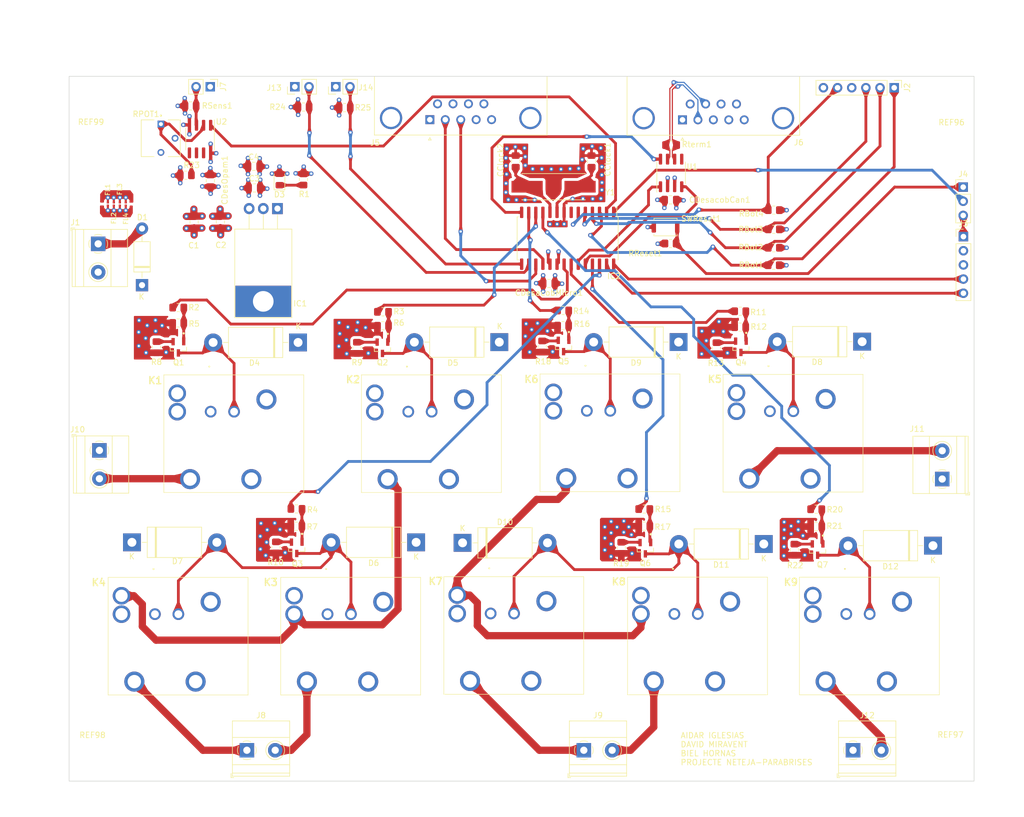
<source format=kicad_pcb>
(kicad_pcb (version 20221018) (generator pcbnew)
  (title_block (title "Projecte Netejaparabrises - Grup 4 Tarda") (date "2023-04-27") (rev "1.4.27042023"))
  (layers (0 "F.Cu" signal) (1 "In1.Cu" signal) (2 "In2.Cu" signal) (31 "B.Cu" signal) (34 "B.Paste" user) (35 "F.Paste" user) (36 "B.SilkS" user "B.Silkscreen") (37 "F.SilkS" user "F.Silkscreen") (38 "B.Mask" user) (39 "F.Mask" user) (44 "Edge.Cuts" user))
  (net 0 "")
  (net 1 "/Alimentacio/Vbat")
  (net 2 "GNDPWR")
  (net 3 "+VCC")
  (net 4 "/Digital/XTAL1")
  (net 5 "GND")
  (net 6 "/Digital/XTAL2")
  (net 7 "VBAT")
  (net 8 "/Alimentacio/Vled")
  (net 9 "/Potencia/Vc_b1")
  (net 10 "/Potencia/Vc_EN1")
  (net 11 "/Potencia/Vc_m1")
  (net 12 "/Potencia/Vc_b2")
  (net 13 "/Potencia/Vc_EN2")
  (net 14 "/Potencia/Vc_m2")
  (net 15 "/Potencia/Vc_lu")
  (net 16 "/Digital/MCLR")
  (net 17 "Sensordig_o")
  (net 18 "/Digital/Vboto1")
  (net 19 "/Digital/Vboto2")
  (net 20 "/Digital/Vboto3")
  (net 21 "/Digital/Vboto4")
  (net 22 "/Digital/Vfin_back")
  (net 23 "DriverLuneta")
  (net 24 "EnableM1")
  (net 25 "EnableM2")
  (net 26 "STB")
  (net 27 "/Digital/Vfin_front")
  (net 29 "/Digital/Tx")
  (net 30 "/Digital/Rx")
  (net 31 "DriverB1")
  (net 32 "DriverB2")
  (net 33 "/Digital/CANTX")
  (net 34 "/Digital/CANRX")
  (net 35 "DriverM2")
  (net 36 "DriverM1")
  (net 37 "PGC")
  (net 38 "PGD")
  (net 39 "/Digital/PROG_MCLR")
  (net 40 "/Digital/Vsw")
  (net 50 "/Digital/CAN+")
  (net 54 "/Digital/CAN-")
  (net 57 "/Analog/Vsensor")
  (net 58 "VMOT1+")
  (net 59 "VMOT1-")
  (net 60 "VMOT2+")
  (net 61 "VMOT2-")
  (net 62 "VBOMBA1")
  (net 63 "VBOMBA2")
  (net 64 "VLUNETA")
  (net 65 "EN1")
  (net 66 "EN2")
  (net 67 "/Potencia/Vb_b1")
  (net 68 "/Potencia/Ve_b1")
  (net 69 "/Potencia/Vb_EN1")
  (net 70 "/Potencia/Ve_EN1")
  (net 71 "/Potencia/Vb_m1")
  (net 72 "/Potencia/Ve_m1")
  (net 73 "/Potencia/Vb_b2")
  (net 74 "/Potencia/Ve_b2")
  (net 75 "/Potencia/Vb_EN2")
  (net 76 "/Potencia/Ve_EN2")
  (net 77 "/Potencia/Vb_m2")
  (net 78 "/Potencia/Ve_m2")
  (net 79 "/Potencia/Vb_lu")
  (net 80 "/Potencia/Ve_lu")
  (net 81 "/Analog/Vsensibilitat")
  (footprint "Resistor_SMD:R_0805_2012Metric_Pad1.20x1.40mm_HandSolder" (layer "F.Cu") (at 102.8 38.35)
    (fp_text reference "R25")
    (fp_text value "22k")
  )
  (footprint "LED_SMD:LED_0805_2012Metric_Pad1.15x1.40mm_HandSolder" (layer "F.Cu") (at 91.1 51.24 90)
    (fp_text reference "D3")
    (fp_text value "LED")
  )
  (footprint "MountingHole:MountingHole_3.2mm_M3_ISO7380" (layer "F.Cu") (at 57.52 155.07)
    (fp_text reference "REF98")
    (fp_text value "MountingHole_3.2mm_M3_ISO7380")
  )
  (footprint "Connector_PinHeader_2.54mm:PinHeader_1x02_P2.54mm_Vertical" (layer "F.Cu") (at 78.68 34.605 -90)
    (fp_text reference "J7")
    (fp_text value "CONEXIOSENSOR")
  )
  (footprint "TerminalBlock_Phoenix:TerminalBlock_Phoenix_MKDS-1,5-2-5.08_1x02_P5.08mm_Horizontal" (layer "F.Cu") (at 85.255 153.645)
    (fp_text reference "J8")
    (fp_text value "Screw_Terminal_01x02")
  )
  (footprint "Capacitor_SMD:C_0805_2012Metric_Pad1.18x1.45mm_HandSolder" (layer "F.Cu") (at 86.6025 52.75)
    (fp_text reference "C3")
    (fp_text value "0.1u")
  )
  (footprint "Package_SO:SOIC-8_3.9x4.9mm_P1.27mm" (layer "F.Cu") (at 76.85 43.99 -90)
    (fp_text reference "U2")
    (fp_text value "LM393")
  )
  (footprint "Resistor_SMD:R_0805_2012Metric_Pad1.20x1.40mm_HandSolder" (layer "F.Cu") (at 95.41903 38.245671)
    (fp_text reference "R24")
    (fp_text value "22k")
  )
  (footprint "TerminalBlock_Phoenix:TerminalBlock_Phoenix_MKDS-1,5-2-5.08_1x02_P5.08mm_Horizontal" (layer "F.Cu") (at 58.795 99.845 -90)
    (fp_text reference "J10")
    (fp_text value "Screw_Terminal_01x02")
  )
  (footprint "V23076A1001C133:V23076A1001C133" (layer "F.Cu") (at 91.325 129.23)
    (fp_text reference "K3")
    (fp_text value "1393280-6" hide)
  )
  (footprint "MountingHole:MountingHole_3.2mm_M3_ISO7380" (layer "F.Cu") (at 57.29 36.62)
    (fp_text reference "REF99")
    (fp_text value "MountingHole_3.2mm_M3_ISO7380")
  )
  (footprint "Resistor_SMD:R_0805_2012Metric_Pad1.20x1.40mm_HandSolder" (layer "F.Cu") (at 141.9925 74.745)
    (fp_text reference "R14")
    (fp_text value "620.3R")
  )
  (footprint "BLM03HD331SZ1D:BEADC0603X33N" (layer "F.Cu") (at 62.462862 55.641624 90)
    (fp_text reference "FL3")
    (fp_text value "BLM03HD331SZ1D")
  )
  (footprint "Resistor_SMD:R_0805_2012Metric_Pad1.20x1.40mm_HandSolder" (layer "F.Cu") (at 75.15 38.04 180)
    (fp_text reference "RSens1")
    (fp_text value "1k")
  )
  (footprint "MountingHole:MountingHole_3.2mm_M3_ISO7380" (layer "F.Cu") (at 211.47 155)
    (fp_text reference "REF97")
    (fp_text value "MountingHole_3.2mm_M3_ISO7380")
  )
  (footprint "Resistor_SMD:R_0805_2012Metric_Pad1.20x1.40mm_HandSolder" (layer "F.Cu") (at 69.04 81.33 90)
    (fp_text reference "R8")
    (fp_text value "13.4R")
  )
  (footprint "Resistor_SMD:R_0805_2012Metric_Pad1.20x1.40mm_HandSolder" (layer "F.Cu") (at 156.55 110.375)
    (fp_text reference "R15")
    (fp_text value "620.3R")
  )
  (footprint "Resistor_SMD:R_0805_2012Metric_Pad1.20x1.40mm_HandSolder" (layer "F.Cu") (at 95.4 51.24 90)
    (fp_text reference "R1")
    (fp_text value "220R")
  )
  (footprint "BC817-25_RF:SOT95P237X112-3N" (layer "F.Cu") (at 94.2 117.325 -90)
    (fp_text reference "Q3")
    (fp_text value "BC817-25_RF")
  )
  (footprint "Resistor_SMD:R_0805_2012Metric_Pad1.20x1.40mm_HandSolder" (layer "F.Cu") (at 179.79 63.4875 180)
    (fp_text reference "RBot2")
    (fp_text value "22k")
  )
  (footprint "BC817-25_RF:SOT95P237X112-3N" (layer "F.Cu") (at 173.89 81.26 -90)
    (fp_text reference "Q4")
    (fp_text value "BC817-25_RF")
  )
  (footprint "Resistor_SMD:R_0805_2012Metric_Pad1.20x1.40mm_HandSolder" (layer "F.Cu") (at 183.49 117.66 90)
    (fp_text reference "R22")
    (fp_text value "13.4R")
  )
  (footprint "POTENCIOMETRE:TRIM_3362P-1-103" (layer "F.Cu") (at 69.83 43.8445 -90)
    (fp_text reference "RPOT1")
    (fp_text value "10k")
  )
  (footprint "Resistor_SMD:R_0805_2012Metric_Pad1.20x1.40mm_HandSolder" (layer "F.Cu") (at 169.51 81.515 90)
    (fp_text reference "R13")
    (fp_text value "13.4R")
  )
  (footprint "Diode_THT:D_DO-201AD_P15.24mm_Horizontal" (layer "F.Cu") (at 208.35 116.94 180)
    (fp_text reference "D12")
    (fp_text value "1N5400")
  )
  (footprint "V23076A1001C133:V23076A1001C133" (layer "F.Cu") (at 105.81 92.9)
    (fp_text reference "K2")
    (fp_text value "1393280-6" hide)
  )
  (footprint "Capacitor_SMD:C_0805_2012Metric_Pad1.18x1.45mm_HandSolder" (layer "F.Cu") (at 80.5 58.8775 -90)
    (fp_text reference "C2")
    (fp_text value "0.33u")
  )
  (footprint "Diode_THT:D_DO-201AD_P15.24mm_Horizontal" (layer "F.Cu") (at 115.62 116.34 180)
    (fp_text reference "D6")
    (fp_text value "1N5400")
  )
  (footprint "TerminalBlock_Phoenix:TerminalBlock_Phoenix_MKDS-1,5-2-5.08_1x02_P5.08mm_Horizontal" (layer "F.Cu") (at 145.705 153.645)
    (fp_text reference "J9")
    (fp_text value "Screw_Terminal_01x02")
  )
  (footprint "Resistor_SMD:R_0805_2012Metric_Pad1.20x1.40mm_HandSolder" (layer "F.Cu") (at 141.9825 77.46)
    (fp_text reference "R16")
    (fp_text value "319.6R")
  )
  (footprint "Resistor_SMD:R_0805_2012Metric_Pad1.20x1.40mm_HandSolder" (layer "F.Cu") (at 90.465 117.255 90)
    (fp_text reference "R10")
    (fp_text value "13.4R")
  )
  (footprint "Capacitor_SMD:C_0805_2012Metric_Pad1.18x1.45mm_HandSolder" (layer "F.Cu") (at 75.79 58.8975 -90)
    (fp_text reference "C1")
    (fp_text value "100n")
  )
  (footprint "Capacitor_SMD:C_0805_2012Metric_Pad1.18x1.45mm_HandSolder" (layer "F.Cu") (at 78.7 51.4775 -90)
    (fp_text reference "CDesOpam1")
    (fp_text value "100n")
  )
  (footprint "Resistor_SMD:R_0805_2012Metric_Pad1.20x1.40mm_HandSolder" (layer "F.Cu") (at 179.77 66.62 180)
    (fp_text reference "RBot1")
    (fp_text value "22k")
  )
  (footprint "Resistor_SMD:R_0805_2012Metric_Pad1.20x1.40mm_HandSolder" (layer "F.Cu") (at 74.3 50.49)
    (fp_text reference "R23")
    (fp_text value "10k")
  )
  (footprint "Diode_THT:D_DO-41_SOD81_P10.16mm_Horizontal" (layer "F.Cu") (at 66.44 70.2 90)
    (fp_text reference "D1")
    (fp_text value "1N4002")
  )
  (footprint "Resistor_SMD:R_0805_2012Metric_Pad1.20x1.40mm_HandSolder" (layer "F.Cu") (at 173.75 77.74)
    (fp_text reference "R12")
    (fp_text value "319.6R")
  )
  (footprint "BC817-25_RF:SOT95P237X112-3N" (layer "F.Cu") (at 156.75 117.395 -90)
    (fp_text reference "Q6")
    (fp_text value "BC817-25_RF")
  )
  (footprint "Resistor_SMD:R_0805_2012Metric_Pad1.20x1.40mm_HandSolder" (layer "F.Cu") (at 109.67 74.985)
    (fp_text reference "R3")
    (fp_text value "620.3R")
  )
  (footprint "Resistor_SMD:R_0805_2012Metric_Pad1.20x1.40mm_HandSolder" (layer "F.Cu") (at 173.77 74.885)
    (fp_text reference "R11")
    (fp_text value "620.3R")
  )
  (footprint "V23076A1001C133:V23076A1001C133" (layer "F.Cu") (at 60.36 129.23)
    (fp_text reference "K4")
    (fp_text value "1393280-6" hide)
  )
  (footprint "Capacitor_SMD:C_0805_2012Metric_Pad1.18x1.45mm_HandSolder" (layer "F.Cu") (at 139.45 69.89 180)
    (fp_text reference "CDesacobMicro1")
    (fp_text value "100n")
  )
  (footprint "Connector_PinHeader_2.54mm:PinHeader_1x06_P2.54mm_Vertical" (layer "F.Cu") (at 201.39 34.78 -90)
    (fp_text reference "J2")
    (fp_text value "BOTONERA")
  )
  (footprint "MountingHole:MountingHole_3.2mm_M3_ISO7380" (layer "F.Cu") (at 211.68 36.69)
    (fp_text reference "REF96")
    (fp_text value "MountingHole_3.2mm_M3_ISO7380")
  )
  (footprint "Resistor_SMD:R_0805_2012Metric_Pad1.20x1.40mm_HandSolder" (layer "F.Cu") (at 138.2325 81.21 90)
    (fp_text reference "R18")
    (fp_text value "13.4R")
  )
  (footprint "Capacitor_SMD:C_0805_2012Metric_Pad1.18x1.45mm_HandSolder" (layer "F.Cu") (at 147.08 47.99 90)
    (fp_text reference "CClock1")
    (fp_text value "22p")
  )
  (footprint "Libreia:TO-220-3_Horizontal_TabDown_mod" (layer "F.Cu") (at 90.74 56.46 180)
    (fp_text reference "IC1")
    (fp_text value "L78S05CV")
  )
  (footprint "XTAL_ABLS2-8:XTAL_ABLS2-8.000MHZ-D4Y-T" (layer "F.Cu") (at 140.28 52.54 180)
    (fp_text reference "Y1")
    (fp_text value "ABLS2-8.000MHZ-D4Y-T")
  )
  (footprint "Connector_Dsub:DSUB-9_Female_Horizontal_P2.77x2.84mm_EdgePinOffset4.94mm_Housed_MountingHolesOffset7.48mm" (layer "F.Cu") (at 163.405 40.54 180)
    (fp_text reference "J6")
    (fp_text value "DE9_Plug_MountingHoles")
  )
  (footprint "Resistor_SMD:R_0805_2012Metric_Pad1.20x1.40mm_HandSolder" (layer "F.Cu") (at 72.93 76.98)
    (fp_text reference "R5")
    (fp_text value "319.6R")
  )
  (footprint "Diode_THT:D_DO-201AD_P15.24mm_Horizontal" (layer "F.Cu") (at 94.44 80.48 180)
    (fp_text reference "D4")
    (fp_text value "1N5400")
  )
  (footprint "Resistor_SMD:R_0805_2012Metric_Pad1.20x1.40mm_HandSolder" (layer "F.Cu") (at 152.43 117.325 90)
    (fp_text reference "R19")
    (fp_text value "13.4R")
  )
  (footprint "Resistor_SMD:R_0805_2012Metric_Pad1.20x1.40mm_HandSolder" (layer "F.Cu") (at 94.125 113.45)
    (fp_text reference "R7")
    (fp_text value "319.6R")
  )
  (footprint "Resistor_SMD:R_0805_2012Metric_Pad1.20x1.40mm_HandSolder" (layer "F.Cu") (at 161.26 62.73)
    (fp_text reference "RReset1")
    (fp_text value "4.7k")
  )
  (footprint "Resistor_SMD:R_0805_2012Metric_Pad1.20x1.40mm_HandSolder" (layer "F.Cu") (at 109.67 77.485)
    (fp_text reference "R6")
    (fp_text value "319.6R")
  )
  (footprint "Connector_PinHeader_2.54mm:PinHeader_1x02_P2.54mm_Vertical" (layer "F.Cu") (at 93.86 34.6 90)
    (fp_text reference "J13")
    (fp_text value "FINAL DE CARRERA")
  )
  (footprint "Resistor_SMD:R_0805_2012Metric_Pad1.20x1.40mm_HandSolder" (layer "F.Cu") (at 161.365 45.065 180)
    (fp_text reference "Rterm1")
    (fp_text value "120R")
  )
  (footprint "BC817-25_RF:SOT95P237X112-3N" (layer "F.Cu") (at 187.65 117.64 -90)
    (fp_text reference "Q7")
    (fp_text value "BC817-25_RF")
  )
  (footprint "Capacitor_SMD:C_0805_2012Metric_Pad1.18x1.45mm_HandSolder" (layer "F.Cu") (at 133.48 47.99 90)
    (fp_text reference "CClock2")
    (fp_text value "22p")
  )
  (footprint "Resistor_SMD:R_0805_2012Metric_Pad1.20x1.40mm_HandSolder" (layer "F.Cu") (at 179.79 56.7375 180)
    (fp_text reference "RBot4")
    (fp_text value "22k")
  )
  (footprint "BLM03HD331SZ1D:BEADC0603X33N" (layer "F.Cu") (at 61.382862 55.641624 90)
    (fp_text reference "FL2")
    (fp_text value "BLM03HD331SZ1D")
  )
  (footprint "Diode_THT:D_DO-201AD_P15.24mm_Horizontal" (layer "F.Cu") (at 123.95 116.43)
    (fp_text reference "D10")
    (fp_text value "1N5400")
  )
  (footprint "BC817-25_RF:SOT95P237X112-3N" (layer "F.Cu") (at 72.97 81.35 -90)
    (fp_text reference "Q1")
    (fp_text value "BC817-25_RF")
  )
  (footprint "BC817-25_RF:SOT95P237X112-3N" (layer "F.Cu") (at 109.58 81.435 -90)
    (fp_text reference "Q2")
    (fp_text value "BC817-25_RF")
  )
  (footprint "BC817-25_RF:SOT95P237X112-3N" (layer "F.Cu") (at 142.0725 81.11 -90)
    (fp_text reference "Q5")
    (fp_text value "BC817-25_RF")
  )
  (footprint "BLM03HD331SZ1D:BEADC0603X33N" (layer "F.Cu") (at 60.314862 55.642624 90)
    (fp_text reference "FL1")
    (fp_text value "BLM03HD331SZ1D")
  )
  (footprint "Connector_PinHeader_2.54mm:PinHeader_1x05_P2.54mm_Vertical" (layer "F.Cu") (at 213.81 61.49)
    (fp_text reference "J3")
    (fp_text value "PROGRAMMING CON")
  )
  (footprint "TerminalBlock_Phoenix:TerminalBlock_Phoenix_MKDS-1,5-2-5.08_1x02_P5.08mm_Horizontal" (layer "F.Cu") (at 58.575 62.79 -90)
    (fp_text reference "J1")
    (fp_text value "Screw_Terminal_01x02")
  )
  (footprint "Connector_PinHeader_2.54mm:PinHeader_1x02_P2.54mm_Vertical" (layer "F.Cu") (at 101.21 34.6 90)
    (fp_text reference "J14")
    (fp_text value "FINAL DE CARRERA")
  )
  (footprint "Resistor_SMD:R_0805_2012Metric_Pad1.20x1.40mm_HandSolder" (layer "F.Cu") (at 72.94 74.22)
    (fp_text reference "R2")
    (fp_text value "620.3R")
  )
  (footprint "Button_Switch_SMD:SW_Push_SPST_NO_Alps_SKRK" (layer "F.Cu") (at 160.36 59.78 180)
    (fp_text reference "SWReset1")
    (fp_text value "SW_Push")
  )
  (footprint "Resistor_SMD:R_0805_2012Metric_Pad1.20x1.40mm_HandSolder" (layer "F.Cu") (at 179.79 60.1875 180)
    (fp_text reference "RBot3")
    (fp_text value "22k")
  )
  (footprint "Resistor_SMD:R_0805_2012Metric_Pad1.20x1.40mm_HandSolder" (layer "F.Cu") (at 187.4 110.405)
    (fp_text reference "R20")
    (fp_text value "620.3R")
  )
  (footprint "V23076A1001C133:V23076A1001C133" (layer "F.Cu") (at 70.36 92.9)
    (fp_text reference "K1")
    (fp_text value "1393280-6" hide)
  )
  (footprint "Resistor_SMD:R_0805_2012Metric_Pad1.20x1.40mm_HandSolder" (layer "F.Cu") (at 94.15 110.34)
    (fp_text reference "R4")
    (fp_text value "620.3R")
  )
  (footprint "Connector_Dsub:DSUB-9_Female_Horizontal_P2.77x2.84mm_EdgePinOffset4.94mm_Housed_MountingHolesOffset7.48mm" (layer "F.Cu") (at 118.08 40.51 180)
    (fp_text reference "J5")
    (fp_text value "DE9_Plug_MountingHoles")
  )
  (footprint "BLM03HD331SZ1D:BEADC0603X33N" (layer "F.Cu") (at 63.522862 55.641624 90)
    (fp_text reference "FL4")
    (fp_text value "BLM03HD331SZ1D")
  )
  (footprint "V23076A1001C133:V23076A1001C133" (layer "F.Cu") (at 184.39 129.2)
    (fp_text reference "K9")
    (fp_text value "1393280-6" hide)
  )
  (footprint "Resistor_SMD:R_0805_2012Metric_Pad1.20x1.40mm_HandSolder" (layer "F.Cu") (at 187.4 113.515)
    (fp_text reference "R21")
    (fp_text value "319.6R")
  )
  (footprint "TerminalBlock_Phoenix:TerminalBlock_Phoenix_MKDS-1,5-2-5.08_1x02_P5.08mm_Horizontal" (layer "F.Cu") (at 210.005 104.985 90)
    (fp_text reference "J11")
    (fp_text value "Screw_Terminal_01x02")
  )
  (footprint "Diode_THT:D_DO-201AD_P15.24mm_Horizontal" (layer "F.Cu") (at 162.71 80.41 180)
    (fp_text reference "D9")
    (fp_text value "1N5400")
  )
  (footprint "Resistor_SMD:R_0805_2012Metric_Pad1.20x1.40mm_HandSolder" (layer "F.Cu") (at 156.55 113.44)
    (fp_text reference "R17")
    (fp_text value "319.6R")
  )
  (footprint "V23076A1001C133:V23076A1001C133" (layer "F.Cu") (at 120.59 129.105)
    (fp_text reference "K7")
    (fp_text value "1393280-6" hide)
  )
  (footprint "Diode_THT:D_DO-201AD_P15.24mm_Horizontal" (layer "F.Cu") (at 177.99 116.64 180)
    (fp_text reference "D11")
    (fp_text value "1N5400")
  )
  (footprint "Diode_THT:D_DO-201AD_P15.24mm_Horizontal" (layer "F.Cu") (at 64.63 116.34)
    (fp_text reference "D7")
    (fp_text value "1N5400")
  )
  (footprint "Capacitor_SMD:C_0805_2012Metric_Pad1.18x1.45mm_HandSolder" (layer "F.Cu") (at 161.25 54.89 180)
    (fp_text reference "CDesacobCan1")
    (fp_text value "100n")
  )
  (footprint "Diode_THT:D_DO-201AD_P15.24mm_Horizontal" (layer "F.Cu") (at 195.64 80.34 180)
    (fp_text reference "D8")
    (fp_text value "1N5400")
  )
  (footprint "Package_SO:SOIC-8_3.9x4.9mm_P1.27mm" (layer "F.Cu") (at 161.365 50.065 90)
    (property "VALUE" "Value")
    (fp_text reference "U1")
    (fp_text value "TCAN1042DRQ1")
  )
  (footprint "V23076A1001C133:V23076A1001C133" (layer "F.Cu") (at 170.69 92.82)
    (fp_text reference "K5")
    (fp_text value "1393280-6" hide)
  )
  (footprint "V23076A1001C133:V23076A1001C133" (layer "F.Cu") (at 137.85 92.74)
    (fp_text reference "K6")
    (fp_text value "1393280-6" hide)
  )
  (footprint "TerminalBlock_Phoenix:TerminalBlock_Phoenix_MKDS-1,5-2-5.08_1x02_P5.08mm_Horizontal" (layer "F.Cu") (at 194.005 153.645)
    (fp_text reference "J12")
    (fp_text value "Screw_Terminal_01x02")
  )
  (footprint "Diode_THT:D_DO-201AD_P15.24mm_Horizontal" (layer "F.Cu") (at 130.54 80.425 180)
    (fp_text reference "D5")
    (fp_text value "1N5400")
  )
  (footprint "Capacitor_SMD:C_0805_2012Metric_Pad1.18x1.45mm_HandSolder" (layer "F.Cu") (at 86.5 48.89)
    (fp_text reference "C4")
    (fp_text value "100n")
  )
  (footprint "Package_SO:SOIC-28W_7.5x17.9mm_P1.27mm" (layer "F.Cu") (at 142.805 61.79 -90)
    (fp_text reference "IC2")
    (fp_text value "PIC18F258-I_SO")
  )
  (footprint "Connector_PinHeader_2.54mm:PinHeader_1x03_P2.54mm_Vertical" (layer "F.Cu") (at 213.77 52.61)
    (fp_text reference "J4")
    (fp_text value "JP1")
  )
  (footprint "Resistor_SMD:R_0805_2012Metric_Pad1.20x1.40mm_HandSolder" (layer "F.Cu") (at 105 81.44 90)
    (fp_text reference "R9")
    (fp_text value "13.4R")
  )
  (footprint "V23076A1001C133:V23076A1001C133" (layer "F.Cu") (at 153.55 129.19)
    (fp_text reference "K8")
    (fp_text value "1393280-6" hide)
  )
  (gr_rect (start 53.36 32.73) (end 215.72 159.18) (stroke (width 0.1)) (fill none) (layer "Edge.Cuts"))
  (gr_text "AIDAR IGLESIAS\nDAVID MIRAVENT\nBIEL HORNAS\nPROJECTE NETEJA-PARABRISES" (at 163 156.4) (layer "F.SilkS") (effects (font (size 1 1)) (justify left bottom)))
  (segment (start 58.575 62.79) (end 63.69 62.79) (width 1.3) (layer "F.Cu") (net 1))
  (segment (start 63.69 62.79) (end 66.44 60.04) (width 1.3) (layer "F.Cu") (net 1))
  (segment (start 80.55 59.965) (end 80.5 59.915) (width 1.3) (layer "F.Cu") (net 2))
  (segment (start 80.575 59.99) (end 80.5 59.915) (width 1.3) (layer "F.Cu") (net 2))
  (segment (start 74.39 60.01) (end 75.715 60.01) (width 1.3) (layer "F.Cu") (net 2))
  (segment (start 77.19 59.96) (end 75.815 59.96) (width 1.3) (layer "F.Cu") (net 2))
  (segment (start 81.95 59.99) (end 80.575 59.99) (width 1.3) (layer "F.Cu") (net 2))
  (segment (start 80.425 59.99) (end 80.5 59.915) (width 1.3) (layer "F.Cu") (net 2))
  (segment (start 75.79 61.21) (end 75.79 59.935) (width 1.3) (layer "F.Cu") (net 2))
  (segment (start 75.715 60.01) (end 75.79 59.935) (width 1.3) (layer "F.Cu") (net 2))
  (segment (start 79.1 59.99) (end 80.425 59.99) (width 1.3) (layer "F.Cu") (net 2))
  (segment (start 75.815 59.96) (end 75.79 59.935) (width 1.3) (layer "F.Cu") (net 2))
  (segment (start 80.55 61.19) (end 80.55 59.965) (width 1.3) (layer "F.Cu") (net 2))
  (via (at 67.37 77.43) (size 0.8) (drill 0.4) (layers "F.Cu" "B.Cu") (net 2))
  (via (at 139.17 78.43) (size 0.8) (drill 0.4) (layers "F.Cu" "B.Cu") (net 2))
  (via (at 67.16 82.32) (size 0.8) (drill 0.4) (layers "F.Cu" "B.Cu") (net 2))
  (via (at 154.25 114.98) (size 0.8) (drill 0.4) (layers "F.Cu" "B.Cu") (net 2))
  (via (at 150.6 114.64) (size 0.8) (drill 0.4) (layers "F.Cu" "B.Cu") (net 2))
  (via (at 152.87 114.54) (size 0.8) (drill 0.4) (layers "F.Cu" "B.Cu") (net 2))
  (via (at 169.95 76.74) (size 0.8) (drill 0.4) (layers "F.Cu" "B.Cu") (net 2))
  (via (at 77.19 59.96) (size 0.8) (drill 0.4) (layers "F.Cu" "B.Cu") (net 2))
  (via (at 182.89 113.42) (size 0.8) (drill 0.4) (layers "F.Cu" "B.Cu") (net 2))
  (via (at 60.312862 56.791624) (size 0.8) (drill 0.4) (layers "F.Cu" "B.Cu") (net 2))
  (via (at 67.09 79.72) (size 0.8) (drill 0.4) (layers "F.Cu" "B.Cu") (net 2))
  (via (at 74.39 60.01) (size 0.8) (drill 0.4) (layers "F.Cu" "B.Cu") (net 2))
  (via (at 181.59 118.75) (size 0.8) (drill 0.4) (layers "F.Cu" "B.Cu") (net 2))
  (via (at 87.66 115.25) (size 0.8) (drill 0.4) (layers "F.Cu" "B.Cu") (net 2))
  (via (at 140.11 82.14) (size 0.8) (drill 0.4) (layers "F.Cu" "B.Cu") (net 2))
  (via (at 65.84 78.63) (size 0.8) (drill 0.4) (layers "F.Cu" "B.Cu") (net 2))
  (via (at 152.88 112.53) (size 0.8) (drill 0.4) (layers "F.Cu" "B.Cu") (net 2))
  (via (at 65.91 76.52) (size 0.8) (drill 0.4) (layers "F.Cu" "B.Cu") (net 2))
  (via (at 166.85 82.54) (size 0.8) (drill 0.4) (layers "F.Cu" "B.Cu") (net 2))
  (via (at 184.18 112.62) (size 0.8) (drill 0.4) (layers "F.Cu" "B.Cu") (net 2))
  (via (at 90.24 112.89) (size 0.8) (drill 0.4) (layers "F.Cu" "B.Cu") (net 2))
  (via (at 103.1 80.05) (size 0.8) (drill 0.4) (layers "F.Cu" "B.Cu") (net 2))
  (via (at 151.66 113.61) (size 0.8) (drill 0.4) (layers "F.Cu" "B.Cu") (net 2))
  (via (at 92.12 118.19) (size 0.8) (drill 0.4) (layers "F.Cu" "B.Cu") (net 2))
  (via (at 154.35 118.34) (size 0.8) (drill 0.4) (layers "F.Cu" "B.Cu") (net 2))
  (via (at 167.68 80.17) (size 0.8) (drill 0.4) (layers "F.Cu" "B.Cu") (net 2))
  (via (at 170.74 78.52) (size 0.8) (drill 0.4) (layers "F.Cu" "B.Cu") (net 2))
  (via (at 80.55 61.19) (size 0.8) (drill 0.4) (layers "F.Cu" "B.Cu") (net 2))
  (via (at 68.88 78.45) (size 0.8) (drill 0.4) (layers "F.Cu" "B.Cu") (net 2))
  (via (at 63.522862 56.791624) (size 0.8) (drill 0.4) (layers "F.Cu" "B.Cu") (net 2))
  (via (at 153.77 113.58) (size 0.8) (drill 0.4) (layers "F.Cu" "B.Cu") (net 2))
  (via (at 150.61 112.61) (size 0.8) (drill 0.4) (layers "F.Cu" "B.Cu") (net 2))
  (via (at 150.6 116.64) (size 0.8) (drill 0.4) (layers "F.Cu" "B.Cu") (net 2))
  (via (at 87.79 112.93) (size 0.8) (drill 0.4) (layers "F.Cu" "B.Cu") (net 2))
  (via (at 171.48 82.37) (size 0.8) (drill 0.4) (layers "F.Cu" "B.Cu") (net 2))
  (via (at 70.04 77.45) (size 0.8) (drill 0.4) (layers "F.Cu" "B.Cu") (net 2))
  (via (at 62.462862 56.791624) (size 0.8) (drill 0.4) (layers "F.Cu" "B.Cu") (net 2))
  (via (at 104.94 78.31) (size 0.8) (drill 0.4) (layers "F.Cu" "B.Cu") (net 2))
  (via (at 101.75 81.17) (size 0.8) (drill 0.4) (layers "F.Cu" "B.Cu") (net 2))
  (via (at 107.04 82.41) (size 0.8) (drill 0.4) (layers "F.Cu" "B.Cu") (net 2))
  (via (at 103.16 82.5) (size 0.8) (drill 0.4) (layers "F.Cu" "B.Cu") (net 2))
  (via (at 181.62 117.13) (size 0.8) (drill 0.4) (layers "F.Cu" "B.Cu") (net 2))
  (via (at 135.22 79.37) (size 0.8) (drill 0.4) (layers "F.Cu" "B.Cu") (net 2))
  (via (at 70.76 82.25) (size 0.8) (drill 0.4) (layers "F.Cu" "B.Cu") (net 2))
  (via (at 149.47 117.72) (size 0.8) (drill 0.4) (layers "F.Cu" "B.Cu") (net 2))
  (via (at 149.48 115.57) (size 0.8) (drill 0.4) (layers "F.Cu" "B.Cu") (net 2))
  (via (at 88.9 114.1) (size 0.8) (drill 0.4) (layers "F.Cu" "B.Cu") (net 2))
  (via (at 106.54 77.82) (size 0.8) (drill 0.4) (layers "F.Cu" "B.Cu") (net 2))
  (via (at 166.89 78.45) (size 0.8) (drill 0.4) (layers "F.Cu" "B.Cu") (net 2))
  (via (at 101.81 76.95) (size 0.8) (drill 0.4) (layers "F.Cu" "B.Cu") (net 2))
  (via (at 181.65 112.7) (size 0.8) (drill 0.4) (layers "F.Cu" "B.Cu") (net 2))
  (via (at 184.18 114.08) (size 0.8) (drill 0.4) (layers "F.Cu" "B.Cu") (net 2))
  (via (at 68.85 76.48) (size 0.8) (drill 0.4) (layers "F.Cu" "B.Cu") (net 2))
  (via (at 91.2 114.04) (size 0.8) (drill 0.4) (layers "F.Cu" "B.Cu") (net 2))
  (via (at 88.79 116.33) (size 0.8) (drill 0.4) (layers "F.Cu" "B.Cu") (net 2))
  (via (at 137.4 77.03) (size 0.8) (drill 0.4) (layers "F.Cu" "B.Cu") (net 2))
  (via (at 87.69 117.57) (size 0.8) (drill 0.4) (layers "F.Cu" "B.Cu") (net 2))
  (via (at 185.02 115.15) (size 0.8) (drill 0.4) (layers "F.Cu" "B.Cu") (net 2))
  (via (at 150.58 118.88) (size 0.8) (drill 0.4) (layers "F.Cu" "B.Cu") (net 2))
  (via (at 181.62 115.58) (size 0.8) (drill 0.4) (layers "F.Cu" "B.Cu") (net 2))
  (via (at 135.35 77.13) (size 0.8) (drill 0.4) (layers "F.Cu" "B.Cu") (net 2))
  (via (at 181.67 114.08) (size 0.8) (drill 0.4) (layers "F.Cu" "B.Cu") (net 2))
  (via (at 168.91 78.5) (size 0.8) (drill 0.4) (layers "F.Cu" "B.Cu") (net 2))
  (via (at 81.95 59.99) (size 0.8) (drill 0.4) (layers "F.Cu" "B.Cu") (net 2))
  (via (at 185.34 118.63) (size 0.8) (drill 0.4) (layers "F.Cu" "B.Cu") (net 2))
  (via (at 75.79 61.21) (size 0.8) (drill 0.4) (layers "F.Cu" "B.Cu") (net 2))
  (via (at 103.37 77.71) (size 0.8) (drill 0.4) (layers "F.Cu" "B.Cu") (net 2))
  (via (at 79.1 59.99) (size 0.8) (drill 0.4) (layers "F.Cu" "B.Cu") (net 2))
  (via (at 65.86 81.11) (size 0.8) (drill 0.4) (layers "F.Cu" "B.Cu") (net 2))
  (via (at 149.47 113.58) (size 0.8) (drill 0.4) (layers "F.Cu" "B.Cu") (net 2))
  (via (at 101.92 78.91) (size 0.8) (drill 0.4) (layers "F.Cu" "B.Cu") (net 2))
  (via (at 61.382862 56.791624) (size 0.8) (drill 0.4) (layers "F.Cu" "B.Cu") (net 2))
  (via (at 136.35 78.18) (size 0.8) (drill 0.4) (layers "F.Cu" "B.Cu") (net 2))
  (via (at 88.63 118.69) (size 0.8) (drill 0.4) (layers "F.Cu" "B.Cu") (net 2))
  (via (at 105.13 76.88) (size 0.8) (drill 0.4) (layers "F.Cu" "B.Cu") (net 2))
  (via (at 135.98 82.21) (size 0.8) (drill 0.4) (layers "F.Cu" "B.Cu") (net 2))
  (via (at 182.91 114.82) (size 0.8) (drill 0.4) (layers "F.Cu" "B.Cu") (net 2))
  (segment (start 180.79 60.1875) (end 182.0725 60.1875) (width 0.5) (layer "F.Cu") (net 3))
  (segment (start 100.53 38.34) (end 101.79 38.34) (width 0.5) (layer "F.Cu") (net 3))
  (segment (start 85.6 52.785) (end 85.565 52.75) (width 0.5) (layer "F.Cu") (net 3))
  (segment (start 101.79 38.34) (end 101.8 38.35) (width 0.5) (layer "F.Cu") (net 3))
  (segment (start 140.6 70.0025) (end 140.4875 69.89) (width 0.5) (layer "F.Cu") (net 3))
  (segment (start 180.79 56.7375) (end 182.0875 56.7375) (width 0.5) (layer "F.Cu") (net 3))
  (segment (start 91.1 48.94) (end 91.1 50.215) (width 0.5) (layer "F.Cu") (net 3))
  (segment (start 77.3 50.44) (end 78.7 50.44) (width 0.5) (layer "F.Cu") (net 3))
  (segment (start 85.5 51.29) (end 85.5 52.685) (width 0.5) (layer "F.Cu") (net 3))
  (segment (start 92.5 50.19) (end 91.125 50.19) (width 0.5) (layer "F.Cu") (net 3))
  (segment (start 73.3 51.89) (end 73.3 50.49) (width 0.5) (layer "F.Cu") (net 3))
  (segment (start 85.45 47.39) (end 85.45 48.8775) (width 0.5) (layer "F.Cu") (net 3))
  (segment (start 85.525 52.79) (end 85.565 52.75) (width 0.5) (layer "F.Cu") (net 3))
  (segment (start 162.2875 54.89) (end 163.5 54.89) (width 0.5) (layer "F.Cu") (net 3))
  (segment (start 182.0725 60.1875) (end 182.08 60.18) (width 0.5) (layer "F.Cu") (net 3))
  (segment (start 180.79 63.4875) (end 182.0775 63.4875) (width 0.5) (layer "F.Cu") (net 3))
  (segment (start 160.21 62.78) (end 160.26 62.73) (width 0.5) (layer "F.Cu") (net 3))
  (segment (start 78.75 46.47) (end 78.755 46.465) (width 0.5) (layer "F.Cu") (net 3))
  (segment (start 85.45 48.9025) (end 85.4625 48.89) (width 0.5) (layer "F.Cu") (net 3))
  (segment (start 91.075 50.19) (end 91.1 50.215) (width 0.5) (layer "F.Cu") (net 3))
  (segment (start 162.01 50.94) (end 162.01 52.53) (width 0.5) (layer "F.Cu") (net 3))
  (segment (start 85.6 54.14) (end 85.6 52.785) (width 0.5) (layer "F.Cu") (net 3))
  (segment (start 182.0875 56.7375) (end 182.09 56.74) (width 0.5) (layer "F.Cu") (net 3))
  (segment (start 73.3 49.09) (end 73.3 50.49) (width 0.5) (layer "F.Cu") (net 3))
  (segment (start 101.79 36.96) (end 101.79 38.34) (width 0.5) (layer "F.Cu") (net 3))
  (segment (start 182.0775 63.4875) (end 182.08 63.49) (width 0.5) (layer "F.Cu") (net 3))
  (segment (start 89.75 50.19) (end 91.075 50.19) (width 0.5) (layer "F.Cu") (net 3))
  (segment (start 85.5 52.685) (end 85.565 52.75) (width 0.5) (layer "F.Cu") (net 3))
  (segment (start 94.44903 39.645671) (end 94.44903 38.275671) (width 0.5) (layer "F.Cu") (net 3))
  (segment (start 140.55 68.44) (end 140.55 69.8275) (width 0.5) (layer "F.Cu") (net 3))
  (segment (start 85.45 50.29) (end 85.45 48.9025) (width 0.5) (layer "F.Cu") (net 3))
  (segment (start 158.96 62.78) (end 160.21 62.78) (width 0.5) (layer "F.Cu") (net 3))
  (segment (start 101.8 39.73) (end 101.8 38.35) (width 0.5) (layer "F.Cu") (net 3))
  (segment (start 78.7 49.19) (end 78.7 50.44) (width 0.5) (layer "F.Cu") (net 3))
  (segment (start 162.2875 56.3775) (end 162.3 56.39) (width 0.5) (layer "F.Cu") (net 3))
  (segment (start 163.5 54.89) (end 163.6 54.99) (width 0.5) (layer "F.Cu") (net 3))
  (segment (start 162.01 52.53) (end 162 52.54) (width 0.5) (layer "F.Cu") (net 3))
  (segment (start 84.3 52.79) (end 85.525 52.79) (width 0.5) (layer "F.Cu") (net 3))
  (segment (start 78.75 48.09) (end 78.75 46.47) (width 0.5) (layer "F.Cu") (net 3))
  (segment (start 180.77 66.62) (end 182.04 66.62) (width 0.5) (layer "F.Cu") (net 3))
  (segment (start 93.13903 38.245671) (end 94.41903 38.245671) (width 0.5) (layer "F.Cu") (net 3))
  (segment (start 141.8 69.94) (end 140.5375 69.94) (width 0.5) (layer "F.Cu") (net 3))
  (segment (start 141.18 64.16) (end 141.18 66.16) (width 0.5) (layer "F.Cu") (net 3))
  (segment (start 94.44903 38.275671) (end 94.41903 38.245671) (width 0.5) (layer "F.Cu") (net 3))
  (segment (start 140.6 71.34) (end 140.6 70.0025) (width 0.5) (layer "F.Cu") (net 3))
  (segment (start 78.75 44.84) (end 78.75 46.46) (width 0.5) (layer "F.Cu") (net 3))
  (segment (start 94.41903 36.865671) (end 94.41903 38.245671) (width 0.5) (layer "F.Cu") (net 3))
  (segment (start 141.18 66.16) (end 140.9 66.44) (width 0.5) (layer "F.Cu") (net 3))
  (segment (start 162.2875 54.89) (end 162.2875 56.3775) (width 0.5) (layer "F.Cu") (net 3))
  (segment (start 78.83 46.54) (end 78.755 46.465) (width 0.5) (layer "F.Cu") (net 3))
  (segment (start 73.25 50.54) (end 73.3 50.49) (width 0.5) (layer "F.Cu") (net 3))
  (segment (start 85.45 48.8775) (end 85.4625 48.89) (width 0.5) (layer "F.Cu") (net 3))
  (segment (start 84.15 48.79) (end 85.3625 48.79) (width 0.5) (layer "F.Cu") (net 3))
  (segment (start 182.04 66.62) (end 182.05 66.63) (width 0.5) (layer "F.Cu") (net 3))
  (segment (start 80.15 50.44) (end 78.7 50.44) (width 0.5) (layer "F.Cu") (net 3))
  (segment (start 140.55 69.8275) (end 140.4875 69.89) (width 0.5) (layer "F.Cu") (net 3))
  (segment (start 91.125 50.19) (end 91.1 50.215) (width 0.5) (layer "F.Cu") (net 3))
  (segment (start 79.75 46.54) (end 78.83 46.54) (width 0.5) (layer "F.Cu") (net 3))
  (segment (start 85.3625 48.79) (end 85.4625 48.89) (width 0.5) (layer "F.Cu") (net 3))
  (segment (start 72 50.54) (end 73.25 50.54) (width 0.5) (layer "F.Cu") (net 3))
  (segment (start 78.75 46.46) (end 78.755 46.465) (width 0.5) (layer "F.Cu") (net 3))
  (segment (start 140.5375 69.94) (end 140.4875 69.89) (width 0.5) (layer "F.Cu") (net 3))
  (via (at 80.15 50.44) (size 0.8) (drill 0.4) (layers "F.Cu" "B.Cu") (net 3))
  (via (at 78.7 49.19) (size 0.8) (drill 0.4) (layers "F.Cu" "B.Cu") (net 3))
  (via (at 101.79 36.96) (size 0.8) (drill 0.4) (layers "F.Cu" "B.Cu") (net 3))
  (via (at 85.45 47.39) (size 0.8) (drill 0.4) (layers "F.Cu" "B.Cu") (net 3))
  (via (at 72 50.54) (size 0.8) (drill 0.4) (layers "F.Cu" "B.Cu") (net 3))
  (via (at 77.3 50.44) (size 0.8) (drill 0.4) (layers "F.Cu" "B.Cu") (net 3))
  (via (at 85.6 54.14) (size 0.8) (drill 0.4) (layers "F.Cu" "B.Cu") (net 3))
  (via (at 101.8 39.73) (size 0.8) (drill 0.4) (layers "F.Cu" "B.Cu") (net 3))
  (via (at 91.1 48.94) (size 0.8) (drill 0.4) (layers "F.Cu" "B.Cu") (net 3))
  (via (at 100.53 38.34) (size 0.8) (drill 0.4) (layers "F.Cu" "B.Cu") (net 3))
  (via (at 162.3 56.39) (size 0.8) (drill 0.4) (layers "F.Cu" "B.Cu") (net 3))
  (via (at 93.13903 38.245671) (size 0.8) (drill 0.4) (layers "F.Cu" "B.Cu") (net 3))
  (via (at 84.15 48.79) (size 0.8) (drill 0.4) (layers "F.Cu" "B.Cu") (net 3))
  (via (at 140.6 71.34) (size 0.8) (drill 0.4) (layers "F.Cu" "B.Cu") (net 3))
  (via (at 162.01 50.94) (size 0.8) (drill 0.4) (layers "F.Cu" "B.Cu") (net 3))
  (via (at 89.75 50.19) (size 0.8) (drill 0.4) (layers "F.Cu" "B.Cu") (net 3))
  (via (at 182.05 66.63) (size 0.8) (drill 0.4) (layers "F.Cu" "B.Cu") (net 3))
  (via (at 92.5 50.19) (size 0.8) (drill 0.4) (layers "F.Cu" "B.Cu") (net 3))
  (via (at 182.08 60.18) (size 0.8) (drill 0.4) (layers "F.Cu" "B.Cu") (net 3))
  (via (at 73.3 51.89) (size 0.8) (drill 0.4) (layers "F.Cu" "B.Cu") (net 3))
  (via (at 85.45 50.29) (size 0.8) (drill 0.4) (layers "F.Cu" "B.Cu") (net 3))
  (via (at 163.6 54.99) (size 0.8) (drill 0.4) (layers "F.Cu" "B.Cu") (net 3))
  (via (at 84.3 52.79) (size 0.8) (drill 0.4) (layers "F.Cu" "B.Cu") (net 3))
  (via (at 141.8 69.94) (size 0.8) (drill 0.4) (layers "F.Cu" "B.Cu") (net 3))
  (via (at 85.5 51.29) (size 0.8) (drill 0.4) (layers "F.Cu" "B.Cu") (net 3))
  (via (at 94.44903 39.645671) (size 0.8) (drill 0.4) (layers "F.Cu" "B.Cu") (net 3))
  (via (at 79.75 46.54) (size 0.8) (drill 0.4) (layers "F.Cu" "B.Cu") (net 3))
  (via (at 140.55 68.44) (size 0.8) (drill 0.4) (layers "F.Cu" "B.Cu") (net 3))
  (via (at 141.18 64.16) (size 0.8) (drill 0.4) (layers "F.Cu" "B.Cu") (net 3))
  (via (at 78.75 44.84) (size 0.8) (drill 0.4) (layers "F.Cu" "B.Cu") (net 3))
  (via (at 182.08 63.49) (size 0.8) (drill 0.4) (layers "F.Cu" "B.Cu") (net 3))
  (via (at 94.44 36.864671) (size 0.8) (drill 0.4) (layers "F.Cu" "B.Cu") (net 3))
  (via (at 158.96 62.78) (size 0.8) (drill 0.4) (layers "F.Cu" "B.Cu") (net 3))
  (via (at 73.3 49.09) (size 0.8) (drill 0.4) (layers "F.Cu" "B.Cu") (net 3))
  (via (at 182.09 56.74) (size 0.8) (drill 0.4) (layers "F.Cu" "B.Cu") (net 3))
  (via (at 78.75 48.09) (size 0.8) (drill 0.4) (layers "F.Cu" "B.Cu") (net 3))
  (segment (start 140.9 55.507918) (end 140.9 57.14) (width 0.5) (layer "F.Cu") (net 4))
  (segment (start 147.08 50.49) (end 145.03 52.54) (width 0.5) (layer "F.Cu") (net 4))
  (segment (start 147.08 49.0275) (end 147.08 50.49) (width 0.5) (layer "F.Cu") (net 4))
  (segment (start 143.867918 52.54) (end 140.9 55.507918) (width 0.5) (layer "F.Cu") (net 4))
  (segment (start 145.03 52.54) (end 143.28 52.54) (width 0.5) (layer "F.Cu") (net 4))
  (segment (start 145.03 52.54) (end 143.867918 52.54) (width 0.5) (layer "F.Cu") (net 4))
  (segment (start 95.45 50.19) (end 95.4 50.24) (width 0.5) (layer "F.Cu") (net 5))
  (segment (start 87.55 48.8775) (end 87.5375 48.89) (width 0.5) (layer "F.Cu") (net 5))
  (segment (start 87.65 52.74) (end 87.64 52.75) (width 0.5) (layer "F.Cu") (net 5))
  (segment (start 74.95 41.52) (end 74.945 41.515) (width 0.5) (layer "F.Cu") (net 5))
  (segment (start 87.55 50.29) (end 87.55 48.9025) (width 0.5) (layer "F.Cu") (net 5))
  (segment (start 74.87 41.44) (end 74.945 41.515) (width 0.5) (layer "F.Cu") (net 5))
  (segment (start 80.15 52.54) (end 78.725 52.54) (width 0.5) (layer "F.Cu") (net 5))
  (segment (start 139.32 64.17) (end 139.32 66.13) (width 0.5) (layer "F.Cu") (net 5))
  (segment (start 96.8 50.19) (end 95.45 50.19) (width 0.5) (layer "F.Cu") (net 5))
  (segment (start 87.55 48.9025) (end 87.5375 48.89) (width 0.5) (layer "F.Cu") (net 5))
  (segment (start 158.9 54.89) (end 160.2125 54.89) (width 0.5) (layer "F.Cu") (net 5))
  (segment (start 87.78 52.89) (end 87.64 52.75) (width 0.5) (layer "F.Cu") (net 5))
  (segment (start 138.4 69.9025) (end 138.4125 69.89) (width 0.5) (layer "F.Cu") (net 5))
  (segment (start 87.6 52.79) (end 87.64 52.75) (width 0.5) (layer "F.Cu") (net 5))
  (segment (start 87.55 47.44) (end 87.55 48.8775) (width 0.5) (layer "F.Cu") (net 5))
  (segment (start 88.9 52.89) (end 87.78 52.89) (width 0.5) (layer "F.Cu") (net 5))
  (segment (start 139.32 66.13) (end 139.63 66.44) (width 0.5) (layer "F.Cu") (net 5))
  (segment (start 87.6 54.14) (end 87.6 52.79) (width 0.5) (layer "F.Cu") (net 5))
  (segment (start 137.15 69.84) (end 138.3625 69.84) (width 0.5) (layer "F.Cu") (net 5))
  (segment (start 77.25 52.49) (end 78.675 52.49) (width 0.5) (layer "F.Cu") (net 5))
  (segment (start 74.1 36.64) (end 74.1 37.99) (width 0.5) (layer "F.Cu") (net 5))
  (segment (start 87.65 51.29) (end 87.65 52.74) (width 0.5) (layer "F.Cu") (net 5))
  (segment (start 72.85 38.04) (end 74.15 38.04) (width 0.5) (layer "F.Cu") (net 5))
  (segment (start 88.85 48.94) (end 87.5875 48.94) (width 0.5) (layer "F.Cu") (net 5))
  (segment (start 160.2125 56.2775) (end 160.15 56.34) (width 0.5) (layer "F.Cu") (net 5))
  (segment (start 94 50.14) (end 95.3 50.14) (width 0.5) (layer "F.Cu") (net 5))
  (segment (start 74.1 37.99) (end 74.15 38.04) (width 0.5) (layer "F.Cu") (net 5))
  (segment (start 160.2125 54.89) (end 160.2125 56.2775) (width 0.5) (layer "F.Cu") (net 5))
  (segment (start 138.4 68.44) (end 138.4 69.8775) (width 0.5) (layer "F.Cu") (net 5))
  (segment (start 74.95 43.14) (end 74.95 41.52) (width 0.5) (layer "F.Cu") (net 5))
  (segment (start 87.5875 48.94) (end 87.5375 48.89) (width 0.5) (layer "F.Cu") (net 5))
  (segment (start 95.3 50.14) (end 95.4 50.24) (width 0.5) (layer "F.Cu") (net 5))
  (segment (start 73.85 41.44) (end 74.87 41.44) (width 0.5) (layer "F.Cu") (net 5))
  (segment (start 78.675 52.49) (end 78.7 52.515) (width 0.5) (layer "F.Cu") (net 5))
  (segment (start 74.15 39.39) (end 74.15 38.04) (width 0.5) (layer "F.Cu") (net 5))
  (segment (start 78.725 52.54) (end 78.7 52.515) (width 0.5) (layer "F.Cu") (net 5))
  (segment (start 157.16 59.78) (end 158.26 59.78) (width 0.5) (layer "F.Cu") (net 5))
  (segment (start 160.75 52.52) (end 160.73 52.54) (width 0.5) (layer "F.Cu") (net 5))
  (segment (start 160.75 50.94) (end 160.75 52.52) (width 0.5) (layer "F.Cu") (net 5))
  (segment (start 95.45 48.94) (end 95.45 50.19) (width 0.5) (layer "F.Cu") (net 5))
  (segment (start 74.95 41.51) (end 74.945 41.515) (width 0.5) (layer "F.Cu") (net 5))
  (segment (start 138.4 71.34) (end 138.4 69.9025) (width 0.5) (layer "F.Cu") (net 5))
  (segment (start 138.4 69.8775) (end 138.4125 69.89) (width 0.5) (layer "F.Cu") (net 5))
  (segment (start 78.75 52.565) (end 78.7 52.515) (width 0.5) (layer "F.Cu") (net 5))
  (segment (start 78.75 53.79) (end 78.75 52.565) (width 0.5) (layer "F.Cu") (net 5))
  (segment (start 138.3625 69.84) (end 138.4125 69.89) (width 0.5) (layer "F.Cu") (net 5))
  (segment (start 74.95 39.89) (end 74.95 41.51) (width 0.5) (layer "F.Cu") (net 5))
  (via (at 145.55 54.68) (size 0.8) (drill 0.4) (layers "F.Cu" "B.Cu") (net 5))
  (via (at 77.25 52.49) (size 0.8) (drill 0.4) (layers "F.Cu" "B.Cu") (net 5))
  (via (at 73.85 41.44) (size 0.8) (drill 0.4) (layers "F.Cu" "B.Cu") (net 5))
  (via (at 139.32 64.17) (size 0.8) (drill 0.4) (layers "F.Cu" "B.Cu") (net 5))
  (via (at 78.75 53.79) (size 0.8) (drill 0.4) (layers "F.Cu" "B.Cu") (net 5))
  (via (at 62.472862 54.481624) (size 0.8) (drill 0.4) (layers "F.Cu" "B.Cu") (net 5))
  (via (at 74.1 36.64) (size 0.8) (drill 0.4) (layers "F.Cu" "B.Cu") (net 5))
  (via (at 94 50.14) (size 0.8) (drill 0.4) (layers "F.Cu" "B.Cu") (net 5))
  (via (at 157.16 59.78) (size 0.8) (drill 0.4) (layers "F.Cu" "B.Cu") (net 5))
  (via (at 60.312862 54.491624) (size 0.8) (drill 0.4) (layers "F.Cu" "B.Cu") (net 5))
  (via (at 74.15 39.39) (size 0.8) (drill 0.4) (layers "F.Cu" "B.Cu") (net 5))
  (via (at 135.07 45.6) (size 0.8) (drill 0.4) (layers "F.Cu" "B.Cu") (net 5))
  (via (at 96.8 50.19) (size 0.8) (drill 0.4) (layers "F.Cu" "B.Cu") (net 5))
  (via (at 148.93 48.95) (size 0.8) (drill 0.4) (layers "F.Cu" "B.Cu") (net 5))
  (via (at 131.72 53.55) (size 0.8) (drill 0.4) (layers "F.Cu" "B.Cu") (net 5))
  (via (at 88.9 52.89) (size 0.8) (drill 0.4) (layers "F.Cu" "B.Cu") (net 5))
  (via (at 133.41 45.39) (size 0.8) (drill 0.4) (layers "F.Cu" "B.Cu") (net 5))
  (via (at 74.95 39.89) (size 0.8) (drill 0.4) (layers "F.Cu" "B.Cu") (net 5))
  (via (at 139.63 59.26) (size 0.8) (drill 0.4) (layers "F.Cu" "B.Cu") (net 5))
  (via (at 95.45 48.94) (size 0.8) (drill 0.4) (layers "F.Cu" "B.Cu") (net 5))
  (via (at 87.55 50.29) (size 0.8) (drill 0.4) (layers "F.Cu" "B.Cu") (net 5))
  (via (at 87.55 47.44) (size 0.8) (drill 0.4) (layers "F.Cu" "B.Cu") (net 5))
  (via (at 147.3 54.72) (size 0.8) (drill 0.4) (layers "F.Cu" "B.Cu") (net 5))
  (via (at 137.15 69.84) (size 0.8) (drill 0.4) (layers "F.Cu" "B.Cu") (net 5))
  (via (at 158.9 54.89) (size 0.8) (drill 0.4) (layers "F.Cu" "B.Cu") (net 5))
  (via (at 138.18 49.36) (size 0.8) (drill 0.4) (layers "F.Cu" "B.Cu") (net 5))
  (via (at 61.362862 54.491624) (size 0.8) (drill 0.4) (layers "F.Cu" "B.Cu") (net 5))
  (via (at 136.53 49.34) (size 0.8) (drill 0.4) (layers "F.Cu" "B.Cu") (net 5))
  (via (at 139.87 49.38) (size 0.8) (drill 0.4) (layers "F.Cu" "B.Cu") (net 5))
  (via (at 135.18 54.91) (size 0.8) (drill 0.4) (layers "F.Cu" "B.Cu") (net 5))
  (via (at 143.24 49.32) (size 0.8) (drill 0.4) (layers "F.Cu" "B.Cu") (net 5))
  (via (at 138.4 71.34) (size 0.8) (drill 0.4) (layers "F.Cu" "B.Cu") (net 5))
  (via (at 74.95 43.14) (size 0.8) (drill 0.4) (layers "F.Cu" "B.Cu") (net 5))
  (via (at 148.74 45.6) (size 0.8) (drill 0.4) (layers "F.Cu" "B.Cu") (net 5))
  (via (at 63.522862 54.481624) (size 0.8) (drill 0.4) (layers "F.Cu" "B.Cu") (net 5))
  (via (at 141.61 49.4) (size 0.8) (drill 0.4) (layers "F.Cu" "B.Cu") (net 5))
  (via (at 135.19 47.15) (size 0.8) (drill 0.4) (layers "F.Cu" "B.Cu") (net 5))
  (via (at 87.6 54.14) (size 0.8) (drill 0.4) (layers "F.Cu" "B.Cu") (net 5))
  (via (at 72.85 38.04) (size 0.8) (drill 0.4) (layers "F.Cu" "B.Cu") (net 5))
  (via (at 80.15 52.54) (size 0.8) (drill 0.4) (layers "F.Cu" "B.Cu") (net 5))
  (via (at 148.94 53.11) (size 0.8) (drill 0.4) (layers "F.Cu" "B.Cu") (net 5))
  (via (at 87.65 51.29) (size 0.8) (drill 0.4) (layers "F.Cu" "B.Cu") (net 5))
  (via (at 136.87 54.9) (size 0.8) (drill 0.4) (layers "F.Cu" "B.Cu") (net 5))
  (via (at 147.2 45.29) (size 0.8) (drill 0.4) (layers "F.Cu" "B.Cu") (net 5))
  (via (at 160.15 56.34) (size 0.8) (drill 0.4) (layers "F.Cu" "B.Cu") (net 5))
  (via (at 131.88 45.7) (size 0.8) (drill 0.4) (layers "F.Cu" "B.Cu") (net 5))
  (via (at 131.84 50.29) (size 0.8) (drill 0.4) (layers "F.Cu" "B.Cu") (net 5))
  (via (at 160.75 50.94) (size 0.8) (drill 0.4) (layers "F.Cu" "B.Cu") (net 5))
  (via (at 140.91 59.25) (size 0.8) (drill 0.4) (layers "F.Cu" "B.Cu") (net 5))
  (via (at 148.96 51.79) (size 0.8) (drill 0.4) (layers "F.Cu" "B.Cu") (net 5))
  (via (at 131.72 47.39) (size 0.8) (drill 0.4) (layers "F.Cu" "B.Cu") (net 5))
  (via (at 135.21 48.71) (size 0.8) (drill 0.4) (layers "F.Cu" "B.Cu") (net 5))
  (via (at 144.78 49.26) (size 0.8) (drill 0.4) (layers "F.Cu" "B.Cu") (net 5))
  (via (at 145.59 45.71) (size 0.8) (drill 0.4) (layers "F.Cu" "B.Cu") (net 5))
  (via (at 145.41 47.67) (size 0.8) (drill 0.4) (layers "F.Cu" "B.Cu") (net 5))
  (via (at 131.74 51.94) (size 0.8) (drill 0.4) (layers "F.Cu" "B.Cu") (net 5))
  (via (at 142.17 59.24) (size 0.8) (drill 0.4) (layers "F.Cu" "B.Cu") (net 5))
  (via (at 133.61 54.91) (size 0.8) (drill 0.4) (layers "F.Cu" "B.Cu") (net 5))
  (via (at 143.7 54.73) (size 0.8) (drill 0.4) (layers "F.Cu" "B.Cu") (net 5))
  (via (at 131.74 48.77) (size 0.8) (drill 0.4) (layers "F.Cu" "B.Cu") (net 5))
  (via (at 148.76 54.66) (size 0.8) (drill 0.4) (layers "F.Cu" "B.Cu") (net 5))
  (via (at 148.93 50.43) (size 0.8) (drill 0.4) (layers "F.Cu" "B.Cu") (net 5))
  (via (at 132.16 54.87) (size 0.8) (drill 0.4) (layers "F.Cu" "B.Cu") (net 5))
  (via (at 88.85 48.94) (size 0.8) (drill 0.4) (layers "F.Cu" "B.Cu") (net 5))
  (via (at 148.89 47.35) (size 0.8) (drill 0.4) (layers "F.Cu" "B.Cu") (net 5))
  (via (at 138.4 68.44) (size 0.8) (drill 0.4) (layers "F.Cu" "B.Cu") (net 5))
  (segment (start 139.63 55.667918) (end 139.63 57.14) (width 0.5) (layer "F.Cu") (net 6))
  (segment (start 133.48 49.0275) (end 133.48 50.49) (width 0.5) (layer "F.Cu") (net 6))
  (segment (start 133.48 50.49) (end 135.53 52.54) (width 0.5) (layer "F.Cu") (net 6))
  (segment (start 136.502082 52.54) (end 139.63 55.667918) (width 0.5) (layer "F.Cu") (net 6))
  (segment (start 135.53 52.54) (end 136.502082 52.54) (width 0.5) (layer "F.Cu") (net 6))
  (segment (start 80.55 57.79) (end 80.5 57.84) (width 1.3) (layer "F.Cu") (net 7))
  (segment (start 77.24 57.81) (end 75.84 57.81) (width 1.3) (layer "F.Cu") (net 7))
  (segment (start 80.45 57.79) (end 80.5 57.84) (width 1.3) (layer "F.Cu") (net 7))
  (segment (start 80.45 56.54) (end 80.45 57.79) (width 1.3) (layer "F.Cu") (net 7))
  (segment (start 81.9 57.79) (end 80.55 57.79) (width 1.3) (layer "F.Cu") (net 7))
  (segment (start 75.84 57.81) (end 75.79 57.86) (width 1.3) (layer "F.Cu") (net 7))
  (segment (start 75.74 57.81) (end 75.79 57.86) (width 1.3) (layer "F.Cu") (net 7))
  (segment (start 75.74 56.56) (end 75.74 57.81) (width 1.3) (layer "F.Cu") (net 7))
  (segment (start 74.39 57.86) (end 75.79 57.86) (width 1.3) (layer "F.Cu") (net 7))
  (segment (start 79.1 57.84) (end 80.5 57.84) (width 1.3) (layer "F.Cu") (net 7))
  (via (at 74.39 57.86) (size 0.8) (drill 0.4) (layers "F.Cu" "B.Cu") (net 7))
  (via (at 75.74 56.56) (size 0.8) (drill 0.4) (layers "F.Cu" "B.Cu") (net 7))
  (via (at 81.9 57.79) (size 0.8) (drill 0.4) (layers "F.Cu" "B.Cu") (net 7))
  (via (at 77.24 57.81) (size 0.8) (drill 0.4) (layers "F.Cu" "B.Cu") (net 7))
  (via (at 79.1 57.84) (size 0.8) (drill 0.4) (layers "F.Cu" "B.Cu") (net 7))
  (via (at 80.45 56.54) (size 0.8) (drill 0.4) (layers "F.Cu" "B.Cu") (net 7))
  (segment (start 95.375 52.265) (end 95.4 52.24) (width 0.5) (layer "F.Cu") (net 8))
  (segment (start 91.1 52.265) (end 95.375 52.265) (width 0.5) (layer "F.Cu") (net 8))
  (segment (start 82.96 84.24) (end 82.96 92.9) (width 0.5) (layer "F.Cu") (net 9))
  (segment (start 72.97 82.365) (end 77.315 82.365) (width 0.5) (layer "F.Cu") (net 9))
  (segment (start 79.2 80.48) (end 82.96 84.24) (width 0.5) (layer "F.Cu") (net 9))
  (segment (start 77.315 82.365) (end 79.2 80.48) (width 0.5) (layer "F.Cu") (net 9))
  (segment (start 118.41 83.535) (end 118.41 92.9) (width 0.5) (layer "F.Cu") (net 10))
  (segment (start 115.3 80.425) (end 118.41 83.535) (width 0.5) (layer "F.Cu") (net 10))
  (segment (start 113.275 82.45) (end 109.58 82.45) (width 0.5) (layer "F.Cu") (net 10))
  (segment (start 115.3 80.425) (end 113.275 82.45) (width 0.5) (layer "F.Cu") (net 10))
  (segment (start 98.5 120.89) (end 100.38 119.01) (width 0.5) (layer "F.Cu") (net 11))
  (segment (start 103.925 119.885) (end 103.925 129.23) (width 0.5) (layer "F.Cu") (net 11))
  (segment (start 72.96 129.23) (end 72.96 123.25) (width 0.5) (layer "F.Cu") (net 11))
  (segment (start 84.42 120.89) (end 98.5 120.89) (width 0.5) (layer "F.Cu") (net 11))
  (segment (start 98.38 118.34) (end 100.38 116.34) (width 0.5) (layer "F.Cu") (net 11))
  (segment (start 72.96 123.25) (end 79.87 116.34) (width 0.5) (layer "F.Cu") (net 11))
  (segment (start 100.38 116.34) (end 103.925 119.885) (width 0.5) (layer "F.Cu") (net 11))
  (segment (start 94.2 118.34) (end 98.38 118.34) (width 0.5) (layer "F.Cu") (net 11))
  (segment (start 79.87 116.34) (end 84.42 120.89) (width 0.5) (layer "F.Cu") (net 11))
  (segment (start 100.38 119.01) (end 100.38 116.34) (width 0.5) (layer "F.Cu") (net 11))
  (segment (start 183.29 83.23) (end 183.29 92.82) (width 0.5) (layer "F.Cu") (net 12))
  (segment (start 180.4 80.34) (end 183.29 83.23) (width 0.5) (layer "F.Cu") (net 12))
  (segment (start 173.89 82.275) (end 178.465 82.275) (width 0.5) (layer "F.Cu") (net 12))
  (segment (start 178.465 82.275) (end 180.4 80.34) (width 0.5) (layer "F.Cu") (net 12))
  (segment (start 145.755 82.125) (end 147.47 80.41) (width 0.5) (layer "F.Cu") (net 13))
  (segment (start 147.47 80.41) (end 150.45 83.39) (width 0.5) (layer "F.Cu") (net 13))
  (segment (start 142.0725 82.125) (end 145.755 82.125) (width 0.5) (layer "F.Cu") (net 13))
  (segment (start 150.45 83.39) (end 150.45 92.74) (width 0.5) (layer "F.Cu") (net 13))
  (segment (start 160.98 118.41) (end 156.75 118.41) (width 0.5) (layer "F.Cu") (net 14))
  (segment (start 133.19 122.43) (end 133.19 129.105) (width 0.5) (layer "F.Cu") (net 14))
  (segment (start 139.19 116.43) (end 144 121.24) (width 0.5) (layer "F.Cu") (net 14))
  (segment (start 144 121.24) (end 161.65 121.24) (width 0.5) (layer "F.Cu") (net 14))
  (segment (start 162.75 116.64) (end 160.98 118.41) (width 0.5) (layer "F.Cu") (net 14))
  (segment (start 162.8 120.09) (end 162.75 120.04) (width 0.5) (layer "F.Cu") (net 14))
  (segment (start 139.19 116.43) (end 133.19 122.43) (width 0.5) (layer "F.Cu") (net 14))
  (segment (start 161.65 121.24) (end 162.8 120.09) (width 0.5) (layer "F.Cu") (net 14))
  (segment (start 162.75 120.04) (end 162.75 116.64) (width 0.5) (layer "F.Cu") (net 14))
  (segment (start 166.15 120.04) (end 166.15 129.19) (width 0.5) (layer "F.Cu") (net 14))
  (segment (start 162.75 116.64) (end 166.15 120.04) (width 0.5) (layer "F.Cu") (net 14))
  (segment (start 196.99 120.82) (end 196.99 129.2) (width 0.5) (layer "F.Cu") (net 15))
  (segment (start 187.65 118.655) (end 191.395 118.655) (width 0.5) (layer "F.Cu") (net 15))
  (segment (start 193.11 116.94) (end 196.99 120.82) (width 0.5) (layer "F.Cu") (net 15))
  (segment (start 191.395 118.655) (end 193.11 116.94) (width 0.5) (layer "F.Cu") (net 15))
  (segment (start 151.06 57.14) (end 158.63 49.57) (width 0.5) (layer "F.Cu") (net 16))
  (segment (start 158.63 49.57) (end 176.98 49.57) (width 0.5) (layer "F.Cu") (net 16))
  (via (at 176.98 49.57) (size 0.8) (drill 0.4) (layers "F.Cu" "B.Cu") (net 16))
  (segment (start 208.19 49.57) (end 213.77 55.15) (width 0.5) (layer "B.Cu") (net 16))
  (segment (start 176.98 49.57) (end 208.19 49.57) (width 0.5) (layer "B.Cu") (net 16))
  (segment (start 143.06 36.42) (end 151.4 44.76) (width 0.5) (layer "F.Cu") (net 17))
  (segment (start 78.755 41.515) (end 82.48 45.24) (width 0.5) (layer "F.Cu") (net 17))
  (segment (start 151.4 44.76) (end 151.4 54.926472) (width 0.5) (layer "F.Cu") (net 17))
  (segment (start 82.48 45.24) (end 109.76 45.24) (width 0.5) (layer "F.Cu") (net 17))
  (segment (start 149.79 56.536472) (end 149.79 57.14) (width 0.5) (layer "F.Cu") (net 17))
  (segment (start 118.58 36.42) (end 143.06 36.42) (width 0.5) (layer "F.Cu") (net 17))
  (segment (start 109.76 45.24) (end 118.58 36.42) (width 0.5) (layer "F.Cu") (net 17))
  (segment (start 151.4 54.926472) (end 149.79 56.536472) (width 0.5) (layer "F.Cu") (net 17))
  (segment (start 148.86 59.622082) (end 148.86 57.48) (width 0.5) (layer "F.Cu") (net 18))
  (segment (start 148.86 57.48) (end 148.52 57.14) (width 0.5) (layer "F.Cu") (net 18))
  (segment (start 201.39 34.78) (end 201.39 48.982082) (width 0.5) (layer "F.Cu") (net 18))
  (segment (start 172.17 66.62) (end 168.86 63.31) (width 0.5) (layer "F.Cu") (net 18))
  (segment (start 184.902082 65.47) (end 179.92 65.47) (width 0.5) (layer "F.Cu") (net 18))
  (segment (start 201.39 48.982082) (end 184.902082 65.47) (width 0.5) (layer "F.Cu") (net 18))
  (segment (start 146.88 61.24) (end 147.242082 61.24) (width 0.5) (layer "F.Cu") (net 18))
  (segment (start 147.242082 61.24) (end 148.86 59.622082) (width 0.5) (layer "F.Cu") (net 18))
  (segment (start 179.92 65.47) (end 178.77 66.62) (width 0.5) (layer "F.Cu") (net 18))
  (segment (start 178.77 66.62) (end 172.17 66.62) (width 0.5) (layer "F.Cu") (net 18))
  (via (at 146.88 61.24) (size 0.8) (drill 0.4) (layers "F.Cu" "B.Cu") (net 18))
  (via (at 168.86 63.31) (size 0.8) (drill 0.4) (layers "F.Cu" "B.Cu") (net 18))
  (segment (start 149.98 64.34) (end 146.88 61.24) (width 0.5) (layer "B.Cu") (net 18))
  (segment (start 167.83 64.34) (end 149.98 64.34) (width 0.5) (layer "B.Cu") (net 18))
  (segment (start 168.86 63.31) (end 167.83 64.34) (width 0.5) (layer "B.Cu") (net 18))
  (segment (start 178.79 63.4875) (end 171.1075 63.4875) (width 0.5) (layer "F.Cu") (net 19))
  (segment (start 198.85 45.26) (end 198.85 34.78) (width 0.5) (layer "F.Cu") (net 19))
  (segment (start 178.79 63.4875) (end 179.94 62.3375) (width 0.5) (layer "F.Cu") (net 19))
  (segment (start 147.91 59.17) (end 147.25 58.51) (width 0.5) (layer "F.Cu") (net 19))
  (segment (start 179.94 62.3375) (end 181.7725 62.3375) (width 0.5) (layer "F.Cu") (net 19))
  (segment (start 181.7725 62.3375) (end 198.85 45.26) (width 0.5) (layer "F.Cu") (net 19))
  (segment (start 171.1075 63.4875) (end 168.37 60.75) (width 0.5) (layer "F.Cu") (net 19))
  (segment (start 147.25 58.51) (end 147.25 57.14) (width 0.5) (layer "F.Cu") (net 19))
  (segment (start 147.94 59.17) (end 147.91 59.17) (width 0.5) (layer "F.Cu") (net 19))
  (via (at 147.94 59.17) (size 0.8) (drill 0.4) (layers "F.Cu" "B.Cu") (net 19))
  (via (at 168.37 60.75) (size 0.8) (drill 0.4) (layers "F.Cu" "B.Cu") (net 19))
  (segment (start 166.55 58.93) (end 168.37 60.75) (width 0.5) (layer "B.Cu") (net 19))
  (segment (start 153.777918 58.93) (end 166.55 58.93) (width 0.5) (layer "B.Cu") (net 19))
  (segment (start 153.537918 59.17) (end 153.777918 58.93) (width 0.5) (layer "B.Cu") (net 19))
  (segment (start 148.11 59.17) (end 147.94 59.17) (width 0.5) (layer "B.Cu") (net 19))
  (segment (start 148.11 59.17) (end 153.537918 59.17) (width 0.5) (layer "B.Cu") (net 19))
  (segment (start 179.94 59.0375) (end 181.6825 59.0375) (width 0.5) (layer "F.Cu") (net 20))
  (segment (start 196.31 44.41) (end 196.31 34.78) (width 0.5) (layer "F.Cu") (net 20))
  (segment (start 145.84 57.28) (end 145.98 57.14) (width 0.5) (layer "F.Cu") (net 20))
  (segment (start 178.79 60.1875) (end 179.94 59.0375) (width 0.5) (layer "F.Cu") (net 20))
  (segment (start 181.6825 59.0375) (end 196.31 44.41) (width 0.5) (layer "F.Cu") (net 20))
  (segment (start 145.84 59.27) (end 145.84 57.28) (width 0.5) (layer "F.Cu") (net 20))
  (segment (start 178.79 60.1875) (end 170.1775 60.1875) (width 0.5) (layer "F.Cu") (net 20))
  (segment (start 170.1775 60.1875) (end 168.22 58.23) (width 0.5) (layer "F.Cu") (net 20))
  (via (at 168.22 58.23) (size 0.8) (drill 0.4) (layers "F.Cu" "B.Cu") (net 20))
  (via (at 145.84 59.27) (size 0.8) (drill 0.4) (layers "F.Cu" "B.Cu") (net 20))
  (segment (start 146.88 58.23) (end 145.84 59.27) (width 0.5) (layer "B.Cu") (net 20))
  (segment (start 168.22 58.23) (end 146.88 58.23) (width 0.5) (layer "B.Cu") (net 20))
  (segment (start 143.77 59.32) (end 144.71 58.38) (width 0.5) (layer "F.Cu") (net 21))
  (segment (start 178.79 56.7375) (end 166.4275 56.7375) (width 0.5) (layer "F.Cu") (net 21))
  (segment (start 178.79 47.22) (end 191.23 34.78) (width 0.5) (layer "F.Cu") (net 21))
  (segment (start 178.79 56.7375) (end 178.79 47.22) (width 0.5) (layer "F.Cu") (net 21))
  (segment (start 166.4275 56.7375) (end 166.35 56.66) (width 0.5) (layer "F.Cu") (net 21))
  (segment (start 144.71 58.38) (end 144.71 57.14) (width 0.5) (layer "F.Cu") (net 21))
  (via (at 166.35 56.66) (size 0.8) (drill 0.4) (layers "F.Cu" "B.Cu") (net 21))
  (via (at 143.77 59.32) (size 0.8) (drill 0.4) (layers "F.Cu" "B.Cu") (net 21))
  (segment (start 145.56 57.53) (end 143.77 59.32) (width 0.5) (layer "B.Cu") (net 21))
  (segment (start 166.35 56.66) (end 165.48 57.53) (width 0.5) (layer "B.Cu") (net 21))
  (segment (start 165.48 57.53) (end 145.56 57.53) (width 0.5) (layer "B.Cu") (net 21))
  (segment (start 103.8 34.65) (end 103.75 34.6) (width 0.5) (layer "F.Cu") (net 22))
  (segment (start 120.92 66.41) (end 134.52 66.41) (width 0.5) (layer "F.Cu") (net 22))
  (segment (start 103.8 38.35) (end 103.8 34.65) (width 0.5) (layer "F.Cu") (net 22))
  (segment (start 103.8 42.77) (end 103.84 42.81) (width 0.5) (layer "F.Cu") (net 22))
  (segment (start 134.52 66.41) (end 134.55 66.44) (width 0.5) (layer "F.Cu") (net 22))
  (segment (start 103.84 49.33) (end 120.92 66.41) (width 0.5) (layer "F.Cu") (net 22))
  (segment (start 103.8 38.35) (end 103.8 42.77) (width 0.5) (layer "F.Cu") (net 22))
  (segment (start 103.84 47.09) (end 103.84 49.33) (width 0.5) (layer "F.Cu") (net 22))
  (via (at 103.84 42.81) (size 0.8) (drill 0.4) (layers "F.Cu" "B.Cu") (net 22))
  (via (at 103.84 47.09) (size 0.8) (drill 0.4) (layers "F.Cu" "B.Cu") (net 22))
  (segment (start 103.84 42.81) (end 103.84 47.09) (width 0.5) (layer "B.Cu") (net 22))
  (segment (start 187.9825 108.8225) (end 186.4 110.405) (width 0.5) (layer "F.Cu") (net 23))
  (segment (start 138.36 57.14) (end 138.36 59.94) (width 0.5) (layer "F.Cu") (net 23))
  (segment (start 138.36 59.94) (end 139.15 60.73) (width 0.5) (layer "F.Cu") (net 23))
  (via (at 139.15 60.73) (size 0.8) (drill 0.4) (layers "F.Cu" "B.Cu") (net 23))
  (via (at 187.9825 108.8225) (size 0.8) (drill 0.4) (layers "F.Cu" "B.Cu") (net 23))
  (segment (start 181.21 93.98) (end 181.21 91.91) (width 0.5) (layer "B.Cu") (net 23))
  (segment (start 187.9825 108.8225) (end 189.77 107.035) (width 0.5) (layer "B.Cu") (net 23))
  (segment (start 146.01 67.59) (end 139.15 60.73) (width 0.5) (layer "B.Cu") (net 23))
  (segment (start 172.43 86.36) (end 165.42 79.35) (width 0.5) (layer "B.Cu") (net 23))
  (segment (start 165.42 79.35) (end 165.42 76.32) (width 0.5) (layer "B.Cu") (net 23))
  (segment (start 151.239138 67.59) (end 146.01 67.59) (width 0.5) (layer "B.Cu") (net 23))
  (segment (start 165.42 76.32) (end 163.2 74.1) (width 0.5) (layer "B.Cu") (net 23))
  (segment (start 189.77 107.035) (end 189.77 102.54) (width 0.5) (layer "B.Cu") (net 23))
  (segment (start 163.2 74.1) (end 157.749138 74.1) (width 0.5) (layer "B.Cu") (net 23))
  (segment (start 181.21 91.91) (end 175.66 86.36) (width 0.5) (layer "B.Cu") (net 23))
  (segment (start 175.66 86.36) (end 172.43 86.36) (width 0.5) (layer "B.Cu") (net 23))
  (segment (start 157.749138 74.1) (end 151.239138 67.59) (width 0.5) (layer "B.Cu") (net 23))
  (segment (start 189.77 102.54) (end 181.21 93.98) (width 0.5) (layer "B.Cu") (net 23))
  (segment (start 127.78 73.79) (end 109.865 73.79) (width 0.5) (layer "F.Cu") (net 24))
  (segment (start 109.865 73.79) (end 108.67 74.985) (width 0.5) (layer "F.Cu") (net 24))
  (segment (start 137.08 59.65) (end 137.08 57.15) (width 0.5) (layer "F.Cu") (net 24))
  (segment (start 137.08 57.15) (end 137.09 57.14) (width 0.5) (layer "F.Cu") (net 24))
  (segment (start 129.64 71.93) (end 127.78 73.79) (width 0.5) (layer "F.Cu") (net 24))
  (via (at 129.64 71.93) (size 0.8) (drill 0.4) (layers "F.Cu" "B.Cu") (net 24))
  (via (at 137.08 59.65) (size 0.8) (drill 0.4) (layers "F.Cu" "B.Cu") (net 24))
  (segment (start 129.64 67.09) (end 137.08 59.65) (width 0.5) (layer "B.Cu") (net 24))
  (segment (start 129.64 71.93) (end 129.64 67.09) (width 0.5) (layer "B.Cu") (net 24))
  (segment (start 135.82 61.81) (end 136.14 62.13) (width 0.5) (layer "F.Cu") (net 25))
  (segment (start 136.05 72.94) (end 137.855 74.745) (width 0.5) (layer "F.Cu") (net 25))
  (segment (start 135.82 57.14) (end 135.82 61.81) (width 0.5) (layer "F.Cu") (net 25))
  (segment (start 137.855 74.745) (end 140.9925 74.745) (width 0.5) (layer "F.Cu") (net 25))
  (via (at 136.14 62.13) (size 0.8) (drill 0.4) (layers "F.Cu" "B.Cu") (net 25))
  (via (at 136.05 72.94) (size 0.8) (drill 0.4) (layers "F.Cu" "B.Cu") (net 25))
  (segment (start 136.02 72.91) (end 136.05 72.94) (width 0.5) (layer "B.Cu") (net 25))
  (segment (start 136.02 62.25) (end 136.02 72.91) (width 0.5) (layer "B.Cu") (net 25))
  (segment (start 136.14 62.13) (end 136.02 62.25) (width 0.5) (layer "B.Cu") (net 25))
  (segment (start 129.23 54.74) (end 129.23 45.57) (width 0.5) (layer "F.Cu") (net 26))
  (segment (start 131.24 43.56) (end 146.23 43.56) (width 0.5) (layer "F.Cu") (net 26))
  (segment (start 134.55 57.14) (end 131.63 57.14) (width 0.5) (layer "F.Cu") (net 26))
  (segment (start 131.63 57.14) (end 129.23 54.74) (width 0.5) (layer "F.Cu") (net 26))
  (segment (start 159.455 47.595) (end 159.46 47.59) (width 0.5) (layer "F.Cu") (net 26))
  (segment (start 158.265 47.595) (end 159.455 47.595) (width 0.5) (layer "F.Cu") (net 26))
  (segment (start 129.23 45.57) (end 131.24 43.56) (width 0.5) (layer "F.Cu") (net 26))
  (via (at 146.23 43.56) (size 0.8) (drill 0.4) (layers "F.Cu" "B.Cu") (net 26))
  (via (at 158.265 47.595) (size 0.8) (drill 0.4) (layers "F.Cu" "B.Cu") (net 26))
  (segment (start 146.23 43.56) (end 154.23 43.56) (width 0.5) (layer "B.Cu") (net 26))
  (segment (start 154.23 43.56) (end 158.265 47.595) (width 0.5) (layer "B.Cu") (net 26))
  (segment (start 96.4 34.6) (end 96.4 38.226641) (width 0.5) (layer "F.Cu") (net 27))
  (segment (start 135.82 66.44) (end 135.82 67.095) (width 0.5) (layer "F.Cu") (net 27))
  (segment (start 117.415 67.915) (end 96.46 46.96) (width 0.5) (layer "F.Cu") (net 27))
  (segment (start 96.4 38.226641) (end 96.41903 38.245671) (width 0.5) (layer "F.Cu") (net 27))
  (segment (start 135.82 67.095) (end 135 67.915) (width 0.5) (layer "F.Cu") (net 27))
  (segment (start 96.48 38.306641) (end 96.41903 38.245671) (width 0.5) (layer "F.Cu") (net 27))
  (segment (start 135 67.915) (end 117.415 67.915) (width 0.5) (layer "F.Cu") (net 27))
  (segment (start 96.48 42.89) (end 96.48 38.306641) (width 0.5) (layer "F.Cu") (net 27))
  (segment (start 96.44 42.85) (end 96.48 42.89) (width 0.5) (layer "F.Cu") (net 27))
  (via (at 96.46 46.96) (size 0.8) (drill 0.4) (layers "F.Cu" "B.Cu") (net 27))
  (via (at 96.48 42.89) (size 0.8) (drill 0.4) (layers "F.Cu" "B.Cu") (net 27))
  (segment (start 96.46 42.91) (end 96.48 42.89) (width 0.5) (layer "B.Cu") (net 27))
  (segment (start 96.46 46.96) (end 96.46 42.91) (width 0.5) (layer "B.Cu") (net 27))
  (segment (start 128.17 69.47) (end 135.78 69.47) (width 0.5) (layer "F.Cu") (net 29))
  (segment (start 123.62 40.51) (end 123.62 60.58) (width 0.5) (layer "F.Cu") (net 29))
  (segment (start 137.09 68.16) (end 137.09 66.44) (width 0.5) (layer "F.Cu") (net 29))
  (segment (start 135.78 69.47) (end 137.09 68.16) (width 0.5) (layer "F.Cu") (net 29))
  (via (at 128.17 69.47) (size 0.8) (drill 0.4) (layers "F.Cu" "B.Cu") (net 29))
  (via (at 123.62 60.58) (size 0.8) (drill 0.4) (layers "F.Cu" "B.Cu") (net 29))
  (segment (start 123.62 64.92) (end 128.17 69.47) (width 0.5) (layer "B.Cu") (net 29))
  (segment (start 123.62 60.58) (end 123.62 64.92) (width 0.5) (layer "B.Cu") (net 29))
  (segment (start 120.85 40.51) (end 120.85 61.83) (width 0.5) (layer "F.Cu") (net 30))
  (segment (start 120.85 61.83) (end 122.84 63.82) (width 0.5) (layer "F.Cu") (net 30))
  (segment (start 136.69 63.82) (end 138.36 65.49) (width 0.5) (layer "F.Cu") (net 30))
  (segment (start 138.36 65.49) (end 138.36 66.44) (width 0.5) (layer "F.Cu") (net 30))
  (segment (start 122.84 63.82) (end 136.69 63.82) (width 0.5) (layer "F.Cu") (net 30))
  (segment (start 82.36 77.18) (end 97.07 77.18) (width 0.5) (layer "F.Cu") (net 31))
  (segment (start 142.74 67.89) (end 142.17 67.32) (width 0.5) (layer "F.Cu") (net 31))
  (segment (start 142.74 71.35) (end 142.74 67.89) (width 0.5) (layer "F.Cu") (net 31))
  (segment (start 97.07 77.18) (end 103.17 71.08) (width 0.5) (layer "F.Cu") (net 31))
  (segment (start 71.94 74.22) (end 73.29 72.87) (width 0.5) (layer "F.Cu") (net 31))
  (segment (start 73.29 72.87) (end 78.05 72.87) (width 0.5) (layer "F.Cu") (net 31))
  (segment (start 136.45 71.08) (end 138.08 72.71) (width 0.5) (layer "F.Cu") (net 31))
  (segment (start 142.17 67.32) (end 142.17 66.44) (width 0.5) (layer "F.Cu") (net 31))
  (segment (start 103.17 71.08) (end 136.45 71.08) (width 0.5) (layer "F.Cu") (net 31))
  (segment (start 78.05 72.87) (end 82.36 77.18) (width 0.5) (layer "F.Cu") (net 31))
  (segment (start 141.38 72.71) (end 142.74 71.35) (width 0.5) (layer "F.Cu") (net 31))
  (segment (start 138.08 72.71) (end 141.38 72.71) (width 0.5) (layer "F.Cu") (net 31))
  (segment (start 152.047918 76.9) (end 167.67 76.9) (width 0.5) (layer "F.Cu") (net 32))
  (segment (start 167.67 76.9) (end 169.685 74.885) (width 0.5) (layer "F.Cu") (net 32))
  (segment (start 143.44 66.44) (end 143.44 68.292082) (width 0.5) (layer "F.Cu") (net 32))
  (segment (start 169.685 74.885) (end 172.77 74.885) (width 0.5) (layer "F.Cu") (net 32))
  (segment (start 143.44 68.292082) (end 152.047918 76.9) (width 0.5) (layer "F.Cu") (net 32))
  (segment (start 159.41 52.59) (end 157.95 52.59) (width 0.5) (layer "F.Cu") (net 33))
  (segment (start 157.311472 55.828528) (end 149.23 63.91) (width 0.5) (layer "F.Cu") (net 33))
  (segment (start 157.311472 53.228528) (end 157.311472 55.828528) (width 0.5) (layer "F.Cu") (net 33))
  (segment (start 144.71 65.836472) (end 144.71 66.44) (width 0.5) (layer "F.Cu") (net 33))
  (segment (start 157.95 52.59) (end 157.311472 53.228528) (width 0.5) (layer "F.Cu") (net 33))
  (segment (start 149.23 63.91) (end 146.636472 63.91) (width 0.5) (layer "F.Cu") (net 33))
  (segment (start 146.636472 63.91) (end 144.71 65.836472) (width 0.5) (layer "F.Cu") (net 33))
  (segment (start 159.46 52.54) (end 159.41 52.59) (width 0.5) (layer "F.Cu") (net 33))
  (segment (start 165.85 54.39) (end 164 52.54) (width 0.5) (layer "F.Cu") (net 34))
  (segment (start 145.98 66.44) (end 145.98 65.836472) (width 0.5) (layer "F.Cu") (net 34))
  (segment (start 145.98 65.836472) (end 146.851472 64.965) (width 0.5) (layer "F.Cu") (net 34))
  (segment (start 157.6 57.69) (end 163.8 57.69) (width 0.5) (layer "F.Cu") (net 34))
  (segment (start 164 52.54) (end 163.27 52.54) (width 0.5) (layer "F.Cu") (net 34))
  (segment (start 150.325 64.965) (end 157.6 57.69) (width 0.5) (layer "F.Cu") (net 34))
  (segment (start 146.851472 64.965) (end 150.325 64.965) (width 0.5) (layer "F.Cu") (net 34))
  (segment (start 165.85 55.64) (end 165.85 54.39) (width 0.5) (layer "F.Cu") (net 34))
  (segment (start 163.8 57.69) (end 165.85 55.64) (width 0.5) (layer "F.Cu") (net 34))
  (segment (start 156.95 108.44) (end 156.95 108.975) (width 0.5) (layer "F.Cu") (net 35))
  (segment (start 156.95 108.975) (end 155.55 110.375) (width 0.5) (layer "F.Cu") (net 35))
  (segment (start 147.25 66.44) (end 147.25 70.9) (width 0.5) (layer "F.Cu") (net 35))
  (via (at 156.95 108.44) (size 0.8) (drill 0.4) (layers "F.Cu" "B.Cu") (net 35))
  (via (at 147.25 70.9) (size 0.8) (drill 0.4) (layers "F.Cu" "B.Cu") (net 35))
  (segment (start 156.94 96.6) (end 159.91 93.63) (width 0.5) (layer "B.Cu") (net 35))
  (segment (start 156.95 108.44) (end 156.95 106.93) (width 0.5) (layer "B.Cu") (net 35))
  (segment (start 159.91 83.56) (end 147.25 70.9) (width 0.5) (layer "B.Cu") (net 35))
  (segment (start 156.94 106.92) (end 156.94 96.6) (width 0.5) (layer "B.Cu") (net 35))
  (segment (start 159.91 93.63) (end 159.91 83.56) (width 0.5) (layer "B.Cu") (net 35))
  (segment (start 156.95 106.93) (end 156.94 106.92) (width 0.5) (layer "B.Cu") (net 35))
  (segment (start 148.52 68.42) (end 148.5 68.44) (width 0.5) (layer "F.Cu") (net 36))
  (segment (start 98.01 107.25) (end 95.04 107.25) (width 0.5) (layer "F.Cu") (net 36))
  (segment (start 148.52 66.44) (end 148.52 68.42) (width 0.5) (layer "F.Cu") (net 36))
  (segment (start 95.04 107.25) (end 93.15 109.14) (width 0.5) (layer "F.Cu") (net 36))
  (segment (start 93.15 109.14) (end 93.15 110.34) (width 0.5) (layer "F.Cu") (net 36))
  (via (at 98.01 107.25) (size 0.8) (drill 0.4) (layers "F.Cu" "B.Cu") (net 36))
  (via (at 148.5 68.44) (size 0.8) (drill 0.4) (layers "F.Cu" "B.Cu") (net 36))
  (segment (start 128.34 87.667968) (end 128.34 91.68) (width 0.5) (layer "B.Cu") (net 36))
  (segment (start 147.567968 68.44) (end 128.34 87.667968) (width 0.5) (layer "B.Cu") (net 36))
  (segment (start 103.43 101.83) (end 98.01 107.25) (width 0.5) (layer "B.Cu") (net 36))
  (segment (start 128.34 91.68) (end 118.19 101.83) (width 0.5) (layer "B.Cu") (net 36))
  (segment (start 148.5 68.44) (end 147.567968 68.44) (width 0.5) (layer "B.Cu") (net 36))
  (segment (start 118.19 101.83) (end 103.43 101.83) (width 0.5) (layer "B.Cu") (net 36))
  (segment (start 149.79 67.043528) (end 154.396472 71.65) (width 0.5) (layer "F.Cu") (net 37))
  (segment (start 154.396472 71.65) (end 213.81 71.65) (width 0.5) (layer "F.Cu") (net 37))
  (segment (start 149.79 66.44) (end 149.79 67.043528) (width 0.5) (layer "F.Cu") (net 37))
  (segment (start 153.73 69.11) (end 213.81 69.11) (width 0.5) (layer "F.Cu") (net 38))
  (segment (start 151.06 66.44) (end 153.73 69.11) (width 0.5) (layer "F.Cu") (net 38))
  (segment (start 213.77 57.69) (end 213.77 61.45) (width 0.5) (layer "F.Cu") (net 39))
  (segment (start 213.77 61.45) (end 213.81 61.49) (width 0.5) (layer "F.Cu") (net 39))
  (segment (start 162.46 59.78) (end 162.46 62.53) (width 0.5) (layer "F.Cu") (net 40))
  (segment (start 201.48 52.61) (end 213.77 52.61) (width 0.5) (layer "F.Cu") (net 40))
  (segment (start 167.65 68.12) (end 185.95 68.12) (width 0.5) (layer "F.Cu") (net 40))
  (segment (start 162.26 62.73) (end 167.65 68.12) (width 0.5) (layer "F.Cu") (net 40))
  (segment (start 201.47 52.6) (end 201.48 52.61) (width 0.5) (layer "F.Cu") (net 40))
  (segment (start 162.46 62.53) (end 162.26 62.73) (width 0.5) (layer "F.Cu") (net 40))
  (segment (start 185.95 68.12) (end 201.47 52.6) (width 0.5) (layer "F.Cu") (net 40))
  (segment (start 162.146967 34.561232) (end 162.571232 34.561232) (width 0.2) (layer "F.Cu") (net 50))
  (segment (start 162.365 45.065) (end 161.590001 45.839999) (width 0.2) (layer "F.Cu") (net 50))
  (segment (start 161.590001 35.118198) (end 162.146967 34.561232) (width 0.2) (layer "F.Cu") (net 50))
  (segment (start 161.590001 45.839999) (end 161.590001 47.180001) (width 0.2) (layer "F.Cu") (net 50))
  (segment (start 161.590001 47.180001) (end 162 47.59) (width 0.2) (layer "F.Cu") (net 50))
  (segment (start 162.365 45.065) (end 161.590001 44.290001) (width 0.2) (layer "F.Cu") (net 50))
  (segment (start 161.590001 44.290001) (end 161.590001 35.118198) (width 0.2) (layer "F.Cu") (net 50))
  (via (at 162.571232 34.561232) (size 0.8) (drill 0.4) (layers "F.Cu" "B.Cu") (net 50))
  (segment (start 163.492372 34.268769) (end 166.175 36.951397) (width 0.2) (layer "B.Cu") (net 50))
  (segment (start 166.175 36.951397) (end 166.175 40.54) (width 0.2) (layer "B.Cu") (net 50))
  (segment (start 162.571232 34.561232) (end 162.863695 34.268769) (width 0.2) (layer "B.Cu") (net 50))
  (segment (start 162.863695 34.268769) (end 163.492372 34.268769) (width 0.2) (layer "B.Cu") (net 50))
  (segment (start 161.139999 45.839999) (end 161.139999 47.180001) (width 0.2) (layer "F.Cu") (net 54))
  (segment (start 161.139999 34.931802) (end 161.828768 34.243033) (width 0.2) (layer "F.Cu") (net 54))
  (segment (start 161.139999 44.290001) (end 161.139999 34.931802) (width 0.2) (layer "F.Cu") (net 54))
  (segment (start 161.139999 47.180001) (end 160.73 47.59) (width 0.2) (layer "F.Cu") (net 54))
  (segment (start 160.365 45.065) (end 161.139999 45.839999) (width 0.2) (layer "F.Cu") (net 54))
  (segment (start 161.828768 34.243033) (end 161.828768 33.818768) (width 0.2) (layer "F.Cu") (net 54))
  (segment (start 160.365 45.065) (end 161.139999 44.290001) (width 0.2) (layer "F.Cu") (net 54))
  (via (at 161.828768 33.818768) (size 0.8) (drill 0.4) (layers "F.Cu" "B.Cu") (net 54))
  (segment (start 163.678768 33.818768) (end 167.56 37.7) (width 0.2) (layer "B.Cu") (net 54))
  (segment (start 161.828768 33.818768) (end 163.678768 33.818768) (width 0.2) (layer "B.Cu") (net 54))
  (segment (start 76.14 34.605) (end 76.14 38.03) (width 0.5) (layer "F.Cu") (net 57))
  (segment (start 76.15 41.45) (end 76.215 41.515) (width 0.5) (layer "F.Cu") (net 57))
  (segment (start 76.15 38.04) (end 76.15 41.45) (width 0.5) (layer "F.Cu") (net 57))
  (segment (start 76.14 38.03) (end 76.15 38.04) (width 0.5) (layer "F.Cu") (net 57))
  (segment (start 93.1 153.64) (end 93.095 153.645) (width 1.3) (layer "F.Cu") (net 58))
  (segment (start 93.2 153.64) (end 93.1 153.64) (width 1.3) (layer "F.Cu") (net 58))
  (segment (start 93.095 153.645) (end 90.335 153.645) (width 1.3) (layer "F.Cu") (net 58))
  (segment (start 96.025 141.33) (end 96.025 150.815) (width 1.3) (layer "F.Cu") (net 58))
  (segment (start 96.025 150.815) (end 93.2 153.64) (width 1.3) (layer "F.Cu") (net 58))
  (segment (start 65.06 141.33) (end 77.375 153.645) (width 1.3) (layer "F.Cu") (net 59))
  (segment (start 77.375 153.645) (end 85.255 153.645) (width 1.3) (layer "F.Cu") (net 59))
  (segment (start 158.25 149.49) (end 154.095 153.645) (width 1.3) (layer "F.Cu") (net 60))
  (segment (start 158.25 141.29) (end 158.25 149.49) (width 1.3) (layer "F.Cu") (net 60))
  (segment (start 154.095 153.645) (end 150.785 153.645) (width 1.3) (layer "F.Cu") (net 60))
  (segment (start 145.705 153.645) (end 137.73 153.645) (width 1.3) (layer "F.Cu") (net 61))
  (segment (start 137.73 153.645) (end 125.29 141.205) (width 1.3) (layer "F.Cu") (net 61))
  (segment (start 74.985 104.925) (end 75.06 105) (width 1.3) (layer "F.Cu") (net 62))
  (segment (start 58.795 104.925) (end 74.985 104.925) (width 1.3) (layer "F.Cu") (net 62))
  (segment (start 180.405 99.905) (end 175.39 104.92) (width 1.3) (layer "F.Cu") (net 63))
  (segment (start 210.005 99.905) (end 180.405 99.905) (width 1.3) (layer "F.Cu") (net 63))
  (segment (start 199.085 151.295) (end 189.09 141.3) (width 1.3) (layer "F.Cu") (net 64))
  (segment (start 199.085 153.645) (end 199.085 151.295) (width 1.3) (layer "F.Cu") (net 64))
  (segment (start 66.5 131.44) (end 68.95 133.89) (width 1.3) (layer "F.Cu") (net 65))
  (segment (start 109.56 131.13) (end 112.375 128.315) (width 1.3) (layer "F.Cu") (net 65))
  (segment (start 64.987386 125.93) (end 66.5 127.442614) (width 1.3) (layer "F.Cu") (net 65))
  (segment (start 93.725 129.23) (end 95.625 131.13) (width 1.3) (layer "F.Cu") (net 65))
  (segment (start 91.35 133.89) (end 93.725 131.515) (width 1.3) (layer "F.Cu") (net 65))
  (segment (start 62.76 125.93) (end 64.987386 125.93) (width 1.3) (layer "F.Cu") (net 65))
  (segment (start 112.375 106.865) (end 110.51 105) (width 1.3) (layer "F.Cu") (net 65))
  (segment (start 112.375 128.315) (end 112.375 106.865) (width 1.3) (layer "F.Cu") (net 65))
  (segment (start 66.5 127.442614) (end 66.5 131.44) (width 1.3) (layer "F.Cu") (net 65))
  (segment (start 68.95 133.89) (end 91.35 133.89) (width 1.3) (layer "F.Cu") (net 65))
  (segment (start 95.625 131.13) (end 109.56 131.13) (width 1.3) (layer "F.Cu") (net 65))
  (segment (start 93.725 131.515) (end 93.725 129.23) (width 1.3) (layer "F.Cu") (net 65))
  (segment (start 122.99 125.805) (end 122.99 122.9) (width 1.3) (layer "F.Cu") (net 66))
  (segment (start 154.5 133.09) (end 155.95 131.64) (width 1.3) (layer "F.Cu") (net 66))
  (segment (start 126.6 127.187614) (end 126.6 131.29) (width 1.3) (layer "F.Cu") (net 66))
  (segment (start 155.95 131.64) (end 155.95 129.19) (width 1.3) (layer "F.Cu") (net 66))
  (segment (start 122.99 122.9) (end 137.25 108.64) (width 1.3) (layer "F.Cu") (net 66))
  (segment (start 128.4 133.09) (end 154.5 133.09) (width 1.3) (layer "F.Cu") (net 66))
  (segment (start 122.99 125.805) (end 125.217386 125.805) (width 1.3) (layer "F.Cu") (net 66))
  (segment (start 141.05 108.64) (end 142.55 107.14) (width 1.3) (layer "F.Cu") (net 66))
  (segment (start 137.25 108.64) (end 141.05 108.64) (width 1.3) (layer "F.Cu") (net 66))
  (segment (start 142.55 107.14) (end 142.55 104.84) (width 1.3) (layer "F.Cu") (net 66))
  (segment (start 126.6 131.29) (end 128.4 133.09) (width 1.3) (layer "F.Cu") (net 66))
  (segment (start 125.217386 125.805) (end 126.6 127.187614) (width 1.3) (layer "F.Cu") (net 66))
  (segment (start 73.92 76.99) (end 73.93 76.98) (width 0.5) (layer "F.Cu") (net 67))
  (segment (start 73.92 80.335) (end 73.92 76.99) (width 0.5) (layer "F.Cu") (net 67))
  (segment (start 73.94 74.22) (end 73.94 76.97) (width 0.5) (layer "F.Cu") (net 67))
  (segment (start 73.94 76.97) (end 73.93 76.98) (width 0.5) (layer "F.Cu") (net 67))
  (segment (start 69.04 80.33) (end 72.015 80.33) (width 0.5) (layer "F.Cu") (net 68))
  (segment (start 72.015 80.33) (end 72.02 80.335) (width 0.5) (layer "F.Cu") (net 68))
  (segment (start 110.67 74.985) (end 110.67 77.485) (width 0.5) (layer "F.Cu") (net 69))
  (segment (start 110.67 80.28) (end 110.53 80.42) (width 0.5) (layer "F.Cu") (net 69))
  (segment (start 110.67 77.485) (end 110.67 80.28) (width 0.5) (layer "F.Cu") (net 69))
  (segment (start 108.61 80.44) (end 108.63 80.42) (width 0.5) (layer "F.Cu") (net 70))
  (segment (start 105 80.44) (end 108.61 80.44) (width 0.5) (layer "F.Cu") (net 70))
  (segment (start 95.15 113.475) (end 95.125 113.45) (width 0.5) (layer "F.Cu") (net 71))
  (segment (start 95.15 116.31) (end 95.15 113.475) (width 0.5) (layer "F.Cu") (net 71))
  (segment (start 95.125 113.45) (end 95.125 110.365) (width 0.5) (layer "F.Cu") (net 71))
  (segment (start 95.125 110.365) (end 95.15 110.34) (width 0.5) (layer "F.Cu") (net 71))
  (segment (start 93.195 116.255) (end 93.25 116.31) (width 0.5) (layer "F.Cu") (net 72))
  (segment (start 90.465 116.255) (end 93.195 116.255) (width 0.5) (layer "F.Cu") (net 72))
  (segment (start 174.77 77.72) (end 174.75 77.74) (width 0.5) (layer "F.Cu") (net 73))
  (segment (start 174.77 74.885) (end 174.77 77.72) (width 0.5) (layer "F.Cu") (net 73))
  (segment (start 174.75 77.74) (end 174.75 80.155) (width 0.5) (layer "F.Cu") (net 73))
  (segment (start 174.75 80.155) (end 174.84 80.245) (width 0.5) (layer "F.Cu") (net 73))
  (segment (start 172.67 80.515) (end 172.94 80.245) (width 0.5) (layer "F.Cu") (net 74))
  (segment (start 169.51 80.515) (end 172.67 80.515) (width 0.5) (layer "F.Cu") (net 74))
  (segment (start 142.9925 77.45) (end 142.9825 77.46) (width 0.5) (layer "F.Cu") (net 75))
  (segment (start 142.9825 80.055) (end 143.0225 80.095) (width 0.5) (layer "F.Cu") (net 75))
  (segment (start 142.9925 74.745) (end 142.9925 77.45) (width 0.5) (layer "F.Cu") (net 75))
  (segment (start 142.9825 77.46) (end 142.9825 80.055) (width 0.5) (layer "F.Cu") (net 75))
  (segment (start 141.0075 80.21) (end 141.1225 80.095) (width 0.5) (layer "F.Cu") (net 76))
  (segment (start 138.2325 80.21) (end 141.0075 80.21) (width 0.5) (layer "F.Cu") (net 76))
  (segment (start 157.55 110.375) (end 157.55 113.44) (width 0.5) (layer "F.Cu") (net 77))
  (segment (start 157.55 116.23) (end 157.7 116.38) (width 0.5) (layer "F.Cu") (net 77))
  (segment (start 157.55 113.44) (end 157.55 116.23) (width 0.5) (layer "F.Cu") (net 77))
  (segment (start 155.745 116.325) (end 155.8 116.38) (width 0.5) (layer "F.Cu") (net 78))
  (segment (start 152.43 116.325) (end 155.745 116.325) (width 0.5) (layer "F.Cu") (net 78))
  (segment (start 188.4 113.515) (end 188.4 116.425) (width 0.5) (layer "F.Cu") (net 79))
  (segment (start 188.4 110.405) (end 188.4 113.515) (width 0.5) (layer "F.Cu") (net 79))
  (segment (start 188.4 116.425) (end 188.6 116.625) (width 0.5) (layer "F.Cu") (net 79))
  (segment (start 183.49 116.66) (end 186.665 116.66) (width 0.5) (layer "F.Cu") (net 80))
  (segment (start 186.665 116.66) (end 186.7 116.625) (width 0.5) (layer "F.Cu") (net 80))
  (segment (start 69.83 43.173528) (end 69.83 41.3045) (width 0.5) (layer "F.Cu") (net 81))
  (segment (start 77.485 42.097082) (end 75.322082 44.26) (width 0.5) (layer "F.Cu") (net 81))
  (segment (start 71.330481 41.3045) (end 73.939949 43.913968) (width 0.5) (layer "F.Cu") (net 81))
  (segment (start 75.3 50.49) (end 75.3 48.643528) (width 0.5) (layer "F.Cu") (net 81))
  (segment (start 75.3 48.643528) (end 69.83 43.173528) (width 0.5) (layer "F.Cu") (net 81))
  (segment (start 77.485 41.515) (end 77.485 42.097082) (width 0.5) (layer "F.Cu") (net 81))
  (segment (start 74.285981 44.26) (end 73.939949 43.913968) (width 0.5) (layer "F.Cu") (net 81))
  (segment (start 75.322082 44.26) (end 74.285981 44.26) (width 0.5) (layer "F.Cu") (net 81))
  (segment (start 69.83 41.3045) (end 71.330481 41.3045) (width 0.5) (layer "F.Cu") (net 81))
  (zone (net 2) (net_name "GNDPWR") (layer "F.Cu") (priority 4) (connect_pads (clearance 0.5)) (min_thickness 0.25) (fill yes (thermal_gap 0.5) (thermal_bridge_width 2.5) (island_removal_mode 1) (island_area_min 10))
    (polygon (pts (xy 109.67 76.24) (xy 100.81 76.24) (xy 100.81 83.5) (xy 109.67 83.5)))
  )
  (zone (net 2) (net_name "GNDPWR") (layer "F.Cu") (priority 3) (connect_pads (clearance 0.5)) (min_thickness 0.25) (fill yes (thermal_gap 0.5) (thermal_bridge_width 2.5) (island_removal_mode 1) (island_area_min 10))
    (polygon (pts (xy 72.91 75.72) (xy 64.98 75.72) (xy 64.98 83.54) (xy 72.85 83.54) (xy 72.91 83.48)))
  )
  (zone (net 2) (net_name "GNDPWR") (layer "F.Cu") (priority 11) (connect_pads (clearance 0.5)) (min_thickness 0.25) (fill yes (thermal_gap 0.5) (thermal_bridge_width 2.5) (island_removal_mode 1) (island_area_min 10))
    (polygon (pts (xy 94.12 111.96) (xy 86.89 111.96) (xy 86.89 119.63) (xy 87.08 119.82) (xy 94.02 119.82) (xy 94.12 119.72)))
  )
  (zone (net 5) (net_name "GND") (layer "F.Cu") (priority 8) (connect_pads (clearance 0.5)) (min_thickness 0.25) (fill yes (thermal_gap 0.5) (thermal_bridge_width 2.5) (island_removal_mode 1) (island_area_min 10))
    (polygon (pts (xy 58.922862 55.391624) (xy 58.932862 53.841624) (xy 59.522862 53.161624) (xy 64.322862 53.161624) (xy 64.882862 53.871624) (xy 64.882862 55.401624) (xy 64.312862 55.401624)))
  )
  (zone (net 2) (net_name "GNDPWR") (layer "F.Cu") (priority 7) (connect_pads (clearance 0.5)) (min_thickness 0.25) (fill yes (thermal_gap 0.5) (thermal_bridge_width 2.5))
    (polygon (pts (xy 59.452862 55.901624) (xy 64.782862 55.861624) (xy 64.782862 57.291624) (xy 64.362862 58.031624) (xy 59.412862 58.021624) (xy 58.892862 57.351624) (xy 58.892862 55.901624)))
  )
  (zone (net 2) (net_name "GNDPWR") (layer "F.Cu") (priority 9) (connect_pads (clearance 0.5)) (min_thickness 0.25) (fill yes (thermal_gap 0.5) (thermal_bridge_width 2.5) (island_removal_mode 1) (island_area_min 10))
    (polygon (pts (xy 141.99 76.18) (xy 134.57 76.18) (xy 134.57 83.29) (xy 134.7 83.42) (xy 141.99 83.42)))
  )
  (zone (net 5) (net_name "GND") (layer "F.Cu") (priority 5) (connect_pads (clearance 0.5)) (min_thickness 0.25) (fill yes (thermal_gap 0.5) (thermal_bridge_width 0.5))
    (polygon (pts (xy 131.3 44.79) (xy 135.73 44.8) (xy 135.66 48.58) (xy 144.86 48.57) (xy 144.96 44.75) (xy 149.66 44.75) (xy 149.56 55.32) (xy 142.79 55.33) (xy 142.8 59.82) (xy 139.02 59.82) (xy 139.01 55.48) (xy 131.22 55.48) (xy 131.23 45.18)))
  )
  (zone (net 2) (net_name "GNDPWR") (layer "F.Cu") (priority 10) (connect_pads (clearance 0.5)) (min_thickness 0.25) (fill yes (thermal_gap 0.5) (thermal_bridge_width 2.5) (island_removal_mode 1) (island_area_min 10))
    (polygon (pts (xy 173.52 76.06) (xy 166.08 76.06) (xy 166.08 83.37) (xy 166.1 83.39) (xy 173.53 83.39) (xy 173.53 76.06)))
  )
  (zone (net 2) (net_name "GNDPWR") (layer "F.Cu") (priority 13) (connect_pads (clearance 0.5)) (min_thickness 0.25) (fill yes (thermal_gap 0.5) (thermal_bridge_width 2.5) (island_removal_mode 1) (island_area_min 10))
    (polygon (pts (xy 187.39 111.96) (xy 181.2 111.96) (xy 180.85 112.31) (xy 180.85 119.37) (xy 181.28 119.8) (xy 187.42 119.8) (xy 187.67 119.55) (xy 187.67 112.24)))
  )
  (zone (net 2) (net_name "GNDPWR") (layer "F.Cu") (priority 12) (connect_pads (clearance 0.5)) (min_thickness 0.25) (fill yes (thermal_gap 0.5) (thermal_bridge_width 2.5) (island_removal_mode 1) (island_area_min 10))
    (polygon (pts (xy 156.51 111.94) (xy 148.81 111.94) (xy 148.6 112.15) (xy 148.6 119.45) (xy 148.91 119.76) (xy 156.69 119.76) (xy 156.69 112.12)))
  )
)
</source>
